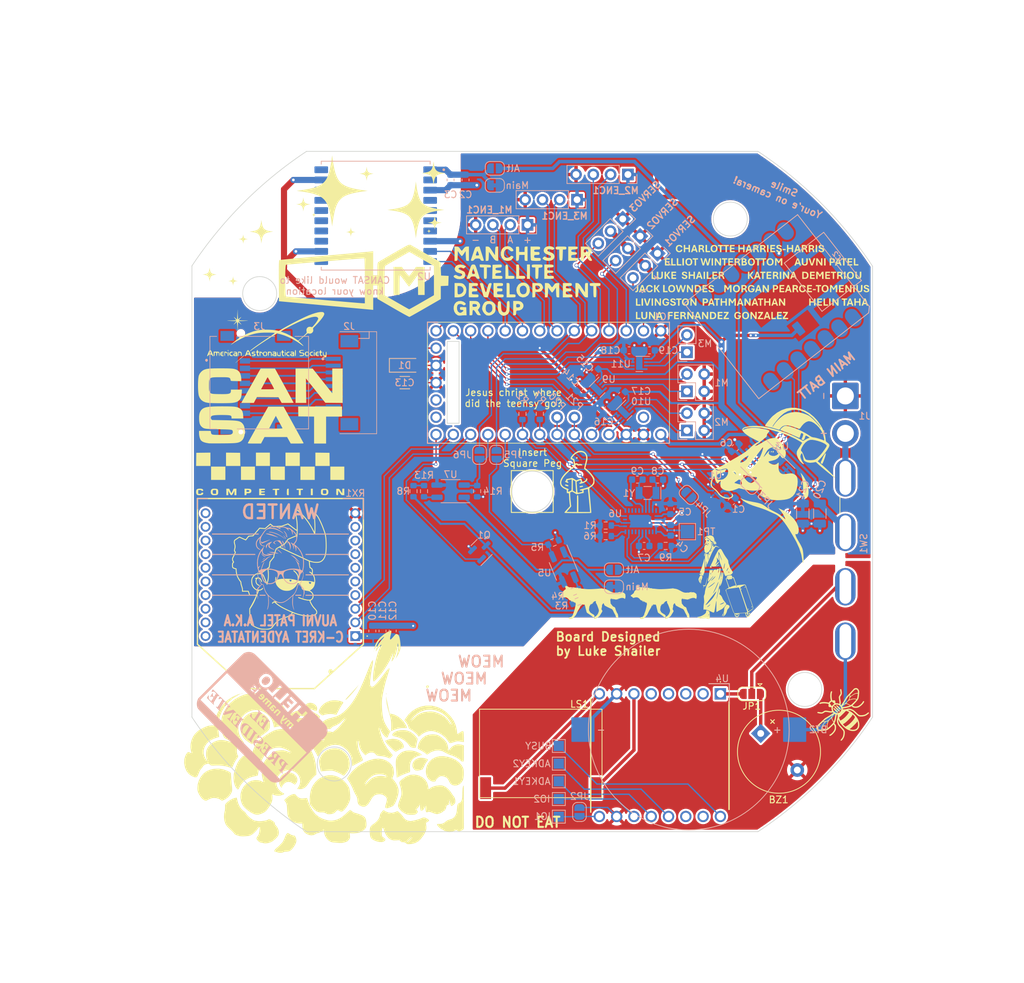
<source format=kicad_pcb>
(kicad_pcb (version 20211014) (generator pcbnew)
  (layers (0 "F.Cu" signal) (31 "B.Cu" signal) (34 "B.Paste" user) (35 "F.Paste" user) (36 "B.SilkS" user "B.Silkscreen") (37 "F.SilkS" user "F.Silkscreen") (38 "B.Mask" user) (39 "F.Mask" user) (44 "Edge.Cuts" user))
  (net 0 "")
  (net 1 "GND")
  (net 5 "/RTC_Battery")
  (net 6 "+3V3")
  (net 7 "SDA0")
  (net 8 "SCL0")
  (net 9 "+BATT_high")
  (net 10 "+BATT")
  (net 19 "Net-(R4-Pad2)")
  (net 20 "GYRO_RATE_EN")
  (net 21 "POWER_INT")
  (net 22 "IMU_INT")
  (net 23 "Net-(Q1-Pad3)")
  (net 24 "GYRO_RATE_A")
  (net 26 "GPS_TX")
  (net 27 "GPS_RX")
  (net 30 "Net-(C8-Pad1)")
  (net 31 "Net-(C9-Pad1)")
  (net 65 "XBEE_TX")
  (net 66 "XBEE_RX")
  (net 67 "Net-(R13-Pad2)")
  (net 68 "GYRO_RATE_B")
  (net 70 "/D2")
  (net 71 "/D3")
  (net 72 "/CMD")
  (net 73 "/VDD")
  (net 74 "/CLK")
  (net 75 "/VSS")
  (net 76 "/D0")
  (net 77 "/D1")
  (net 78 "Net-(JP1-Pad3)")
  (net 79 "Net-(BZ1-Pad1)")
  (net 80 "Net-(C7-Pad1)")
  (net 81 "Net-(JP1-Pad2)")
  (net 82 "Net-(R1-Pad1)")
  (net 83 "Net-(R6-Pad1)")
  (net 84 "Net-(TP1-Pad1)")
  (net 85 "+3.3VP")
  (net 86 "Net-(J1-Pad2)")
  (net 87 "Net-(BT2-Pad1)")
  (net 88 "Net-(LS1-Pad1)")
  (net 89 "Net-(LS1-Pad2)")
  (net 90 "M1_ENC_A")
  (net 91 "M1_ENC_B")
  (net 92 "Net-(M1-Pad1)")
  (net 93 "Net-(M1-Pad3)")
  (net 94 "Net-(M2-Pad1)")
  (net 95 "Net-(M2-Pad3)")
  (net 98 "M2_ENC_A")
  (net 99 "M2_ENC_B")
  (net 100 "/Buzzer/Buzz_GND")
  (net 101 "M3_ENC_A")
  (net 102 "M3_ENC_B")
  (net 103 "Net-(IC1-Pad27)")
  (net 104 "Net-(IC1-Pad28)")
  (net 105 "Net-(M3-Pad1)")
  (net 106 "Net-(M3-Pad2)")
  (net 107 "SERVO_1")
  (net 109 "M1_IN1")
  (net 110 "M1_IN2")
  (net 111 "Net-(R4-Pad1)")
  (net 112 "Net-(R13-Pad1)")
  (net 113 "Net-(U2-Pad1)")
  (net 114 "Net-(U7-Pad1)")
  (net 115 "Net-(U6-Pad11)")
  (net 117 "SERVO_3")
  (net 118 "M2_IN2")
  (net 119 "M2_IN1")
  (net 120 "M3_IN1")
  (net 131 "Net-(U4-Pad16)")
  (net 132 "Net-(U4-Pad13)")
  (net 133 "Net-(U4-Pad12)")
  (net 134 "Net-(U4-Pad11)")
  (net 135 "Net-(U4-Pad9)")
  (footprint "LOGO" (layer "F.Cu") (at 52.53 68.02)
    (fp_text reference "G***" hide)
    (fp_text value "LOGO" hide)
  )
  (footprint "Connector_Wire:SolderWire-2sqmm_1x02_P7.8mm_D2mm_OD3.9mm_Relief" (layer "F.Cu") (at 146 85.95 -90)
    (fp_text reference "J1")
    (fp_text value "MAIN BATT")
  )
  (footprint "Symbol:KiCad-Logo_6mm_Copper" (layer "F.Cu") (at 125.7 54)
    (fp_text reference "REF**" hide)
    (fp_text value "KiCad-Logo_6mm_Copper" hide)
  )
  (footprint "Jumper:SolderJumper-3_P1.3mm_Open_RoundedPad1.0x1.5mm" (layer "F.Cu") (at 132.25 129.75 180)
    (fp_text reference "JP1")
    (fp_text value "SolderJumper_3_Open")
  )
  (footprint "LOGO" (layer "F.Cu") (at 119.27 116.1)
    (fp_text reference "G***" hide)
    (fp_text value "LOGO" hide)
  )
  (footprint "LOGO" (layer "F.Cu") (at 66.3 57.7)
    (fp_text reference "G***" hide)
    (fp_text value "LOGO" hide)
  )
  (footprint "LOGO" (layer "F.Cu") (at 135.555026 96.770566)
    (fp_text reference "G***" hide)
    (fp_text value "LOGO" hide)
  )
  (footprint "LOGO" (layer "F.Cu") (at 84.8 61.7)
    (fp_text reference "G***" hide)
    (fp_text value "LOGO" hide)
  )
  (footprint "LOGO" (layer "F.Cu") (at 62.5 111.5)
    (fp_text reference "G***" hide)
    (fp_text value "LOGO" hide)
  )
  (footprint "XBEE:XB24CAPIT001" (layer "F.Cu") (at 73.998 121.248)
    (fp_text reference "RX1")
    (fp_text value "XB24CAWIT-001" hide)
  )
  (footprint "Diode_SMD:D_SOD-123" (layer "F.Cu") (at 81.25 81.45)
    (fp_text reference "D1")
    (fp_text value "MBRX120LF")
  )
  (footprint "LOGO" (layer "F.Cu") (at 106.6 98.6)
    (fp_text reference "G***" hide)
    (fp_text value "LOGO" hide)
  )
  (footprint "LOGO" (layer "F.Cu") (at 86.3 69)
    (fp_text reference "G***" hide)
    (fp_text value "LOGO" hide)
  )
  (footprint "LOGO" (layer "F.Cu") (at 85.391071 53.05748)
    (fp_text reference "G***" hide)
    (fp_text value "LOGO" hide)
  )
  (footprint "LOGO" (layer "F.Cu") (at 108.81 116.1)
    (fp_text reference "G***" hide)
    (fp_text value "LOGO" hide)
  )
  (footprint "LOGO" (layer "F.Cu") (at 85.6 60.4)
    (fp_text reference "G***" hide)
    (fp_text value "LOGO" hide)
  )
  (footprint "LOGO" (layer "F.Cu") (at 69.507604 131.492953 5)
    (fp_text reference "G***" hide)
    (fp_text value "LOGO" hide)
  )
  (footprint "LOGO" (layer "F.Cu") (at 73.3 61.8)
    (fp_text reference "G***" hide)
    (fp_text value "LOGO" hide)
  )
  (footprint "LOGO" (layer "F.Cu") (at 127.393077 111.39718)
    (fp_text reference "G***" hide)
    (fp_text value "LOGO" hide)
  )
  (footprint "LOGO" (layer "F.Cu") (at 82.767957 114.481333 20)
    (fp_text reference "G***" hide)
    (fp_text value "LOGO" hide)
  )
  (footprint "LOGO" (layer "F.Cu") (at 60.091071 61.65748)
    (fp_text reference "G***" hide)
    (fp_text value "LOGO" hide)
  )
  (footprint "LOGO" (layer "F.Cu") (at 62.5 111.5)
    (fp_text reference "G***" hide)
    (fp_text value "LOGO" hide)
  )
  (footprint "Buzzer_Beeper:Buzzer_12x9.5RM7.6" (layer "F.Cu") (at 133.562994 135.562994 -45)
    (fp_text reference "BZ1")
    (fp_text value "KXG1203C")
  )
  (footprint "LOGO" (layer "F.Cu") (at 67.9 59.3)
    (fp_text reference "G***" hide)
    (fp_text value "LOGO" hide)
  )
  (footprint "KiCad:Board_Conn_CanSat" (layer "F.Cu") (at 146 110 90)
    (fp_text reference "SW1")
    (fp_text value "Screw Switch")
  )
  (footprint "LOGO" (layer "F.Cu") (at 70.270878 55.372876)
    (fp_text reference "G***" hide)
    (fp_text value "LOGO" hide)
  )
  (footprint "Capacitor_SMD:C_1206_3216Metric" (layer "F.Cu") (at 81.275 84)
    (fp_text reference "C13")
    (fp_text value "150uF")
  )
  (footprint "KiCad:HDK-181308ZA-6P2 Speaker" (layer "F.Cu") (at 101.25 138.5 180)
    (fp_text reference "LS1")
    (fp_text value "HDK-181308ZA-6P2")
  )
  (footprint "LOGO" (layer "F.Cu") (at 75.6 53.2)
    (fp_text reference "G***" hide)
    (fp_text value "LOGO" hide)
  )
  (footprint "DFR0299:DFR0299" (layer "F.Cu") (at 127.64 129.733 180)
    (fp_text reference "U4")
    (fp_text value "DFR0299" hide)
  )
  (footprint "LOGO" (layer "F.Cu") (at 145.423101 132.604885 45)
    (fp_text reference "G***" hide)
    (fp_text value "LOGO" hide)
  )
  (footprint "LOGO" (layer "F.Cu") (at 132.37 69.15)
    (fp_text reference "G***" hide)
    (fp_text value "LOGO" hide)
  )
  (footprint "LOGO" (layer "F.Cu") (at 61.5 86.644448)
    (fp_text reference "G***" hide)
    (fp_text value "LOGO" hide)
  )
  (footprint "LOGO" (layer "F.Cu") (at 56 69)
    (fp_text reference "G***" hide)
    (fp_text value "LOGO" hide)
  )
  (footprint "LOGO" (layer "F.Cu") (at 57.49 62.84)
    (fp_text reference "G***" hide)
    (fp_text value "LOGO" hide)
  )
  (footprint "TEENSY:TEENSY40" (layer "F.Cu") (at 118.885 76.38 180)
    (fp_text reference "IC1")
    (fp_text value "TEENSY_4.0" hide)
  )
  (footprint "LOGO" (layer "F.Cu") (at 82.638564 58.257945)
    (fp_text reference "G***" hide)
    (fp_text value "LOGO" hide)
  )
  (footprint "OptoDevice:OnSemi_CASE100CY" (layer "B.Cu") (at 88 99.95 90)
    (fp_text reference "U7")
    (fp_text value "QRE1113GR")
  )
  (footprint "Capacitor_SMD:C_0603_1608Metric" (layer "B.Cu") (at 120.29 102.55 -90)
    (fp_text reference "C5")
    (fp_text value "0.1uF")
  )
  (footprint "Resistor_SMD:R_0603_1608Metric" (layer "B.Cu") (at 106.704759 116.171337 -157.5)
    (fp_text reference "R3")
    (fp_text value "47R")
  )
  (footprint "Capacitor_SMD:C_0603_1608Metric" (layer "B.Cu") (at 79.5 120.5 90)
    (fp_text reference "C12")
    (fp_text value "10uF")
  )
  (footprint "Capacitor_SMD:C_0603_1608Metric" (layer "B.Cu") (at 129.25 101.5 45)
    (fp_text reference "C1")
    (fp_text value "0.1uF")
  )
  (footprint "Resistor_SMD:R_0603_1608Metric" (layer "B.Cu") (at 91.9 99.95 90)
    (fp_text reference "R14")
    (fp_text value "6K65")
  )
  (footprint "LOGO" (layer "B.Cu") (at 63 113 180)
    (fp_text reference "G***" hide)
    (fp_text value "LOGO" hide)
  )
  (footprint "Connector_PinHeader_2.54mm:PinHeader_1x03_P2.54mm_Vertical" (layer "B.Cu") (at 118.392657 64.995343 135)
    (fp_text reference "SERVO1")
    (fp_text value "Servo 2")
  )
  (footprint "Jumper:SolderJumper-2_P1.3mm_Open_RoundedPad1.0x1.5mm" (layer "B.Cu") (at 112 111.5)
    (fp_text reference "JP9" hide)
    (fp_text value "Alt")
  )
  (footprint "Capacitor_SMD:C_0603_1608Metric" (layer "B.Cu") (at 109.166493 82.542481 -135)
    (fp_text reference "C15")
    (fp_text value "0.1uF")
  )
  (footprint "Resistor_SMD:R_0603_1608Metric" (layer "B.Cu") (at 101.11 88.58 90)
    (fp_text reference "R7")
    (fp_text value "4K7")
  )
  (footprint "Package_SON:WSON-8-1EP_2x2mm_P0.5mm_EP0.9x1.6mm" (layer "B.Cu") (at 113.483883 88.4 -135)
    (fp_text reference "U10")
    (fp_text value "DRV8837")
  )
  (footprint "Connector_PinHeader_2.54mm:PinHeader_1x01_P2.54mm_Vertical" (layer "B.Cu") (at 103.65 89.1 180)
    (fp_text reference "J4" hide)
    (fp_text value "P20")
  )
  (footprint "Resistor_SMD:R_0603_1608Metric" (layer "B.Cu") (at 110.789999 106.55 180)
    (fp_text reference "R6")
    (fp_text value "4K7")
  )
  (footprint "Capacitor_SMD:C_0603_1608Metric" (layer "B.Cu") (at 115.44 98.250001 180)
    (fp_text reference "C9")
    (fp_text value "22pF")
  )
  (footprint "Capacitor_SMD:C_0603_1608Metric" (layer "B.Cu") (at 118.44 98.250001)
    (fp_text reference "C8")
    (fp_text value "22pF")
  )
  (footprint "Jumper:SolderJumper-2_P1.3mm_Bridged_RoundedPad1.0x1.5mm" (layer "B.Cu") (at 94.5 55)
    (fp_text reference "JP8" hide)
    (fp_text value "Main")
  )
  (footprint "Capacitor_SMD:C_0603_1608Metric" (layer "B.Cu") (at 107.062851 84.646123 45)
    (fp_text reference "C14")
    (fp_text value "0.1uF")
  )
  (footprint "LOGO" (layer "B.Cu") (at 63 113 180)
    (fp_text reference "G***" hide)
    (fp_text value "LOGO" hide)
  )
  (footprint "sense:MOUDLE14P-SMD-2.54-21X17.8MM" (layer "B.Cu") (at 133.393625 86.259491 128)
    (fp_text reference "IC2")
    (fp_text value "MOUDLE-SEEEDUINO-XIAO-ESP32S3")
  )
  (footprint "Connector_PinHeader_2.54mm:PinHeader_2x02_P2.54mm_Vertical" (layer "B.Cu") (at 122.725 91.025)
    (fp_text reference "M2")
    (fp_text value "M2")
  )
  (footprint "Capacitor_SMD:C_0603_1608Metric" (layer "B.Cu") (at 76.5 120.5 90)
    (fp_text reference "C10")
    (fp_text value "22pF")
  )
  (footprint "68610814422:68610814422" (layer "B.Cu") (at 73.9425 84 -90)
    (fp_text reference "J2")
    (fp_text value "68610814422" hide)
  )
  (footprint "Resistor_SMD:R_0603_1608Metric" (layer "B.Cu") (at 119.6 108)
    (fp_text reference "R9")
    (fp_text value "4K7")
  )
  (footprint "Connector_PinHeader_2.54mm:PinHeader_1x04_P2.54mm_Vertical" (layer "B.Cu") (at 99.3 60.8 90)
    (fp_text reference "M1_ENC1")
    (fp_text value "M2_ENC")
  )
  (footprint "BMP581:BMP581" (layer "B.Cu") (at 127.25 99.5 45)
    (fp_text reference "U1")
    (fp_text value "BMP581" hide)
  )
  (footprint "Connector_PinHeader_2.54mm:PinHeader_1x02_P2.54mm_Vertical" (layer "B.Cu") (at 122.725 79.525)
    (fp_text reference "M3")
    (fp_text value "M3")
  )
  (footprint "Connector_PinHeader_2.54mm:PinHeader_1x03_P2.54mm_Vertical" (layer "B.Cu") (at 115.842051 62.465949 135)
    (fp_text reference "SERVO2")
    (fp_text value "Servo 1")
  )
  (footprint "Capacitor_SMD:C_1206_3216Metric" (layer "B.Cu") (at 142.25 103.25 -90)
    (fp_text reference "C20")
    (fp_text value "150uF")
  )
  (footprint "TestPoint:TestPoint_Pad_1.5x1.5mm" (layer "B.Cu") (at 103.9 145.2 180)
    (fp_text reference "TP5" hide)
    (fp_text value "IO2")
  )
  (footprint "Capacitor_SMD:C_0603_1608Metric" (layer "B.Cu") (at 120.339999 105.700002 -90)
    (fp_text reference "C4")
    (fp_text value "0.1uF")
  )
  (footprint "Connector_PinHeader_2.54mm:PinHeader_1x01_P2.54mm_Vertical" (layer "B.Cu") (at 106.2 89.1 180)
    (fp_text reference "J5" hide)
    (fp_text value "P21")
  )
  (footprint "Connector_PinHeader_2.54mm:PinHeader_1x04_P2.54mm_Vertical" (layer "B.Cu") (at 114.05 53.4 90)
    (fp_text reference "M2_ENC1")
    (fp_text value "M2_ENC")
  )
  (footprint "Capacitor_SMD:C_0603_1608Metric" (layer "B.Cu") (at 78 120.5 90)
    (fp_text reference "C11")
    (fp_text value "1uF")
  )
  (footprint "LOGO" (layer "B.Cu") (at 60.3 132.9 135)
    (fp_text reference "G***" hide)
    (fp_text value "LOGO" hide)
  )
  (footprint "Connector_PinHeader_2.54mm:PinHeader_2x02_P2.54mm_Vertical" (layer "B.Cu") (at 122.725 85.275)
    (fp_text reference "M1")
    (fp_text value "M1")
  )
  (footprint "Capacitor_SMD:C_1206_3216Metric" (layer "B.Cu") (at 139.75 103.25 -90)
    (fp_text reference "C21")
    (fp_text value "150uF")
  )
  (footprint "Jumper:SolderJumper-2_P1.3mm_Open_RoundedPad1.0x1.5mm" (layer "B.Cu") (at 106.934 147.1 -90)
    (fp_text reference "JP2")
    (fp_text value "SolderJumper_2_Open")
  )
  (footprint "OptoDevice:OnSemi_CASE100CY" (layer "B.Cu") (at 104.6 111.09 -157.5)
    (fp_text reference "U5")
    (fp_text value "QRE1113GR")
  )
  (footprint "Resistor_SMD:R_0603_1608Metric" (layer "B.Cu") (at 84.1 99.949999 -90)
    (fp_text reference "R13")
    (fp_text value "47R")
  )
  (footprint "Capacitor_SMD:C_0603_1608Metric" (layer "B.Cu") (at 117.225 79.25 180)
    (fp_text reference "C19")
    (fp_text value "0.1uF")
  )
  (footprint "SD card:472192001_wire_lock" (layer "B.Cu") (at 59.5925 84 90)
    (fp_text reference "J3")
    (fp_text value "47219-2001" hide)
  )
  (footprint "Jumper:SolderJumper-2_P1.3mm_Open_RoundedPad1.0x1.5mm" (layer "B.Cu") (at 92.25 94.6 90)
    (fp_text reference "JP6")
    (fp_text value "SolderJumper_2_Open")
  )
  (footprint "Package_SON:WSON-8-1EP_2x2mm_P0.5mm_EP0.9x1.6mm" (layer "B.Cu") (at 115.725 81.25 180)
    (fp_text reference "U11")
    (fp_text value "DRV8837")
  )
  (footprint "TestPoint:TestPoint_Pad_1.5x1.5mm" (layer "B.Cu") (at 103.9 140 180)
    (fp_text reference "TP3" hide)
    (fp_text value "ADKEY2")
  )
  (footprint "Resistor_SMD:R_0603_1608Metric" (layer "B.Cu") (at 98.56 88.59 90)
    (fp_text reference "R2")
    (fp_text value "4K7")
  )
  (footprint "KiCad:237-8264 Battery holder" (layer "B.Cu") (at 123 135 180)
    (fp_text reference "BT2")
    (fp_text value "CR2450 Battery Holder")
  )
  (footprint "Jumper:SolderJumper-2_P1.3mm_Open_RoundedPad1.0x1.5mm" (layer "B.Cu") (at 123 100.5 -45)
    (fp_text reference "JP4")
    (fp_text value "SolderJumper_2_Open")
  )
  (footprint "Resistor_SMD:R_0603_1608Metric" (layer "B.Cu") (at 106.092465 114.69313 22.5)
    (fp_text reference "R4")
    (fp_text value "47R")
  )
  (footprint "Resistor_SMD:R_0603_1608Metric" (layer "B.Cu") (at 110.790002 105 180)
    (fp_text reference "R1")
    (fp_text value "4K7")
  )
  (footprint "Connector_PinHeader_2.54mm:PinHeader_1x03_P2.54mm_Vertical" (layer "B.Cu") (at 113.294606 59.933394 135)
    (fp_text reference "SERVO3")
    (fp_text value "Servo 3")
  )
  (footprint "Capacitor_SMD:C_0603_1608Metric" (layer "B.Cu") (at 111.00901 88.011092 45)
    (fp_text reference "C16")
    (fp_text value "0.1uF")
  )
  (footprint "Capacitor_SMD:C_0603_1608Metric" (layer "B.Cu") (at 88 54.2 -90)
    (fp_text reference "C3")
    (fp_text value "0.1uF")
  )
  (footprint "Jumper:SolderJumper-2_P1.3mm_Open_RoundedPad1.0x1.5mm" (layer "B.Cu") (at 94.5 52.5)
    (fp_text reference "JP7" hide)
    (fp_text value "Alt")
  )
  (footprint "Connector_PinHeader_2.54mm:PinHeader_1x04_P2.54mm_Vertical" (layer "B.Cu") (at 106.58 57.1 90)
    (fp_text reference "M3_ENC1")
    (fp_text value "M1_ENC")
  )
  (footprint "Package_SO:TSSOP-16_4.4x5mm_P0.65mm" (layer "B.Cu") (at 134.112868 96 135)
    (fp_text reference "U3")
    (fp_text value "INA260")
  )
  (footprint "Capacitor_SMD:C_0603_1608Metric" (layer "B.Cu") (at 116.44 108 180)
    (fp_text reference "C7")
    (fp_text value "0.1uF")
  )
  (footprint "Jumper:SolderJumper-2_P1.3mm_Bridged_RoundedPad1.0x1.5mm" (layer "B.Cu") (at 112 114)
    (fp_text reference "JP10" hide)
    (fp_text value "Main")
  )
  (footprint "Jumper:SolderJumper-2_P1.3mm_Open_RoundedPad1.0x1.5mm" (layer "B.Cu") (at 132 99 -45)
    (fp_text reference "JP3")
    (fp_text value "SolderJumper_2_Open")
  )
  (footprint "TestPoint:TestPoint_Pad_2.0x2.0mm" (layer "B.Cu") (at 122.79 105.899999 90)
    (fp_text reference "TP1")
    (fp_text value "TestPoint")
  )
  (footprint "Package_TO_SOT_SMD:SOT-23" (layer "B.Cu") (at 92.55 108.6 45)
    (fp_text reference "Q1")
    (fp_text value "DO2302E-Q")
  )
  (footprint "Package_SON:WSON-8-1EP_2x2mm_P0.5mm_EP0.9x1.6mm" (layer "B.Cu") (at 109.532843 85.032843 -135)
    (fp_text reference "U9")
    (fp_text value "DRV8837")
  )
  (footprint "Resistor_SMD:R_0603_1608Metric" (layer "B.Cu") (at 103.107535 107.48687 -157.5)
    (fp_text reference "R5")
    (fp_text value "6K65")
  )
  (footprint "Crystal:Crystal_SMD_MicroCrystal_CC7V-T1A-2Pin_3.2x1.5mm" (layer "B.Cu") (at 116.94 100.213 180)
    (fp_text reference "Y1")
    (fp_text value "CM7V-T1A 32.768KHZ 12.5PF ±20PPM TA QC")
  )
  (footprint "TestPoint:TestPoint_Pad_1.5x1.5mm" (layer "B.Cu") (at 103.9 142.6 180)
    (fp_text reference "TP4" hide)
    (fp_text value "ADKEY1")
  )
  (footprint "Capacitor_SMD:C_0603_1608Metric" (layer "B.Cu") (at 113.13033 85.889771 -135)
    (fp_text reference "C17")
    (fp_text value "0.1uF")
  )
  (footprint "BNO056:BNO085" (layer "B.Cu") (at 115.94 104.362999 90)
    (fp_text reference "U6")
    (fp_text value "BNO085" hide)
  )
  (footprint "Capacitor_SMD:C_0603_1608Metric" (layer "B.Cu") (at 129.834872 93.560481 45)
    (fp_text reference "C6")
    (fp_text value "0.1uF")
  )
  (footprint "TestPoint:TestPoint_Pad_1.5x1.5mm" (layer "B.Cu") (at 103.9 137.4 180)
    (fp_text reference "TP2" hide)
    (fp_text value "BUSY")
  )
  (footprint "Resistor_SMD:R_0603_1608Metric" (layer "B.Cu") (at 82.55 99.95 90)
    (fp_text reference "R8")
    (fp_text value "47R")
  )
  (footprint "Capacitor_SMD:C_0603_1608Metric" (layer "B.Cu") (at 114.225 79.25)
    (fp_text reference "C18")
    (fp_text value "0.1uF")
  )
  (footprint "Capacitor_SMD:C_0603_1608Metric" (layer "B.Cu") (at 90.2 54.2 -90)
    (fp_text reference "C2")
    (fp_text value "1uF")
  )
  (footprint "TestPoint:TestPoint_Pad_1.5x1.5mm" (layer "B.Cu") (at 103.9 147.8 180)
    (fp_text reference "TP6" hide)
    (fp_text value "IO1")
  )
  (footprint "KiCad:PA1616D" (layer "B.Cu") (at 77 59 180)
    (fp_text reference "U2")
    (fp_text value "CD-PA1616D")
  )
  (footprint "Jumper:SolderJumper-2_P1.3mm_Open_RoundedPad1.0x1.5mm" (layer "B.Cu") (at 94.75 94.6 90)
    (fp_text reference "JP5")
    (fp_text value "SolderJumper_2_Open")
  )
  (gr_line (start 75.2 101.05) (end 72.200001 101.050002) (layer "B.SilkS") (width 0.15))
  (gr_line (start 84.6 92.9) (end 87.15 92.9) (layer "B.SilkS") (width 0.15))
  (gr_line (start 120.15 92.9) (end 120.15 91.4) (layer "B.SilkS") (width 0.15))
  (gr_line (start 116.173816 70.751447) (end 116.712632 70.212631) (layer "B.SilkS") (width 0.15))
  (gr_line (start 53 112.25) (end 59.25 112.25) (layer "B.SilkS") (width 0.15))
  (gr_line (start 53 109.25) (end 59.25 109.25) (layer "B.SilkS") (width 0.15))
  (gr_line (start 115.886448 70.464078) (end 116.173816 70.751447) (layer "B.SilkS") (width 0.15))
  (gr_line (start 128.95 128.25) (end 125.95 128.25) (layer "B.SilkS") (width 0.15))
  (gr_line (start 84.6 75.1) (end 86.1 75.1) (layer "B.SilkS") (width 0.15))
  (gr_line (start 60.75 115.25) (end 60 115.25) (layer "B.SilkS") (width 0.15))
  (gr_line (start 120.15 75.1) (end 117.15 75.1) (layer "B.SilkS") (width 0.15))
  (gr_line (start 82.9 80.45) (end 79 80.45) (layer "B.SilkS") (width 0.1))
  (gr_line (start 73 109.25) (end 66.75 109.25) (layer "B.SilkS") (width 0.15))
  (gr_line (start 79 80.45) (end 79 82.45) (layer "B.SilkS") (width 0.1))
  (gr_line (start 82 83.1) (end 80.55 83.1) (layer "B.SilkS") (width 0.1))
  (gr_line (start 73 106.25) (end 65.75 106.25) (layer "B.SilkS") (width 0.15))
  (gr_line (start 66 115.25) (end 65.25 115.25) (layer "B.SilkS") (width 0.15))
  (gr_line (start 50.8 101.05) (end 52.3 101.05) (layer "B.SilkS") (width 0.15))
  (gr_line (start 79 82.45) (end 82.925 82.45) (layer "B.SilkS") (width 0.1))
  (gr_line (start 116.712632 70.212631) (end 117 70.5) (layer "B.SilkS") (width 0.15))
  (gr_line (start 59.25 115.25) (end 53 115.25) (layer "B.SilkS") (width 0.15))
  (gr_line (start 53 106.25) (end 59.75 106.25) (layer "B.SilkS") (width 0.15))
  (gr_line (start 75.2 101.05) (end 75.2 104.049999) (layer "B.SilkS") (width 0.15))
  (gr_line (start 82 84.9) (end 80.55 84.9) (layer "B.SilkS") (width 0.1))
  (gr_line (start 73 115.25) (end 66.75 115.25) (layer "B.SilkS") (width 0.15))
  (gr_line (start 73 112.25) (end 66.75 112.25) (layer "B.SilkS") (width 0.15))
  (gr_line (start 128.95 128.25) (end 128.95 131.25) (layer "B.SilkS") (width 0.15))
  (gr_line (start 50.8 101.05) (end 50.8 102.55) (layer "B.SilkS") (width 0.15))
  (gr_line (start 84.6 75.1) (end 84.6 76.6) (layer "B.SilkS") (width 0.15))
  (gr_line (start 84.6 92.9) (end 84.6 90.35) (layer "B.SilkS") (width 0.15))
  (gr_line (start 120.15 75.1) (end 120.15 78.1) (layer "B.SilkS") (width 0.15))
  (gr_line (start 120.15 92.9) (end 118.65 92.9) (layer "B.SilkS") (width 0.15))
  (gr_rect (start 96.925 96.925) (end 103.075 103.075) (layer "F.SilkS") (width 0.15) (fill none))
  (gr_circle locked (center 140.0443 129.0939) (end 142.5443 129.0939) (layer "Edge.Cuts") (width 0.1) (fill none))
  (gr_arc (start 150 133.1662) (mid 142.426928 142.426928) (end 133.1662 150) (layer "Edge.Cuts") (width 0.1))
  (gr_line (start 66.833752 50) (end 133.1662 50) (layer "Edge.Cuts") (width 0.1))
  (gr_arc (start 133.1662 50) (mid 142.429431 57.598047) (end 150 66.88375) (layer "Edge.Cuts") (width 0.1))
  (gr_circle locked (center 100 100) (end 103 100) (layer "Edge.Cuts") (width 0.1) (fill none))
  (gr_arc (start 66.83375 150) (mid 57.573047 142.426925) (end 50 133.1662) (layer "Edge.Cuts") (width 0.1))
  (gr_circle locked (center 129.0939 59.9557) (end 131.5939 59.9557) (layer "Edge.Cuts") (width 0.1) (fill none))
  (gr_line (start 50 133.1662) (end 50 66.833752) (layer "Edge.Cuts") (width 0.1))
  (gr_line (start 150 66.88375) (end 150 133.1662) (layer "Edge.Cuts") (width 0.1))
  (gr_circle locked (center 70.90611 140.0443) (end 73.40611 140.0443) (layer "Edge.Cuts") (width 0.1) (fill none))
  (gr_circle locked (center 59.9557 70.90611) (end 62.4557 70.90611) (layer "Edge.Cuts") (width 0.1) (fill none))
  (gr_poly (pts (xy 89.25 77.9375) (xy 89.25 89.9625) (xy 87.5 89.9625) (xy 87.5 77.9375)) (layer "Edge.Cuts") (width 0.1) (fill none))
  (gr_arc (start 50 66.833752) (mid 57.573051 57.573051) (end 66.833752 50) (layer "Edge.Cuts") (width 0.1))
  (gr_line (start 133.1662 150) (end 66.83375 150) (layer "Edge.Cuts") (width 0.1))
  (gr_text "-" (at 120 66.5 135) (layer "B.SilkS") (effects (font (size 1 1)) (justify mirror)))
  (gr_text "B" (at 94.22 63) (layer "B.SilkS") (effects (font (size 1 1)) (justify mirror)))
  (gr_text "WANTED\n" (at 63 103) (layer "B.SilkS") (effects (font (size 2 2) (thickness 0.35)) (justify mirror)))
  (gr_text "+" (at 99.3 63) (layer "B.SilkS") (effects (font (size 1 1)) (justify mirror)))
  (gr_text "\nAUVNI PATEL A.K.A\nC-KRET AYDENTATAE" (at 63 119) (layer "B.SilkS") (effects (font (size 1.5 1.2) (thickness 0.3)) (justify mirror)))
  (gr_text "MEOW" (at 87.75 130) (layer "B.SilkS") (effects (font (size 1.6 1.6) (thickness 0.3)) (justify mirror)))
  (gr_text "MEOW" (at 92.5 125) (layer "B.SilkS") (effects (font (size 1.6 1.6) (thickness 0.3)) (justify mirror)))
  (gr_text "CANSAT would like to\nknow your location" (at 71 69.75) (layer "B.SilkS") (effects (font (size 1 1)) (justify mirror)))
  (gr_text "Smile \nYour'e on camera!" (at 136.35 56.06 337.5) (layer "B.SilkS") (effects (font (size 1 1) (thickness 0.2)) (justify mirror)))
  (gr_text "MEOW" (at 90 127.5) (layer "B.SilkS") (effects (font (size 1.6 1.6) (thickness 0.3)) (justify mirror)))
  (gr_text "A" (at 96.76 63) (layer "B.SilkS") (effects (font (size 1 1)) (justify mirror)))
  (gr_text "+" (at 118.25 68.5 315) (layer "B.SilkS") (effects (font (size 1 1)) (justify mirror)))
  (gr_text "-" (at 91.68 63) (layer "B.SilkS") (effects (font (size 1 1)) (justify mirror)))
  (gr_text "Board Designed \nby Luke Shailer" (at 103.3 122.4) (layer "F.SilkS") (effects (font (size 1.3 1.3) (thickness 0.25)) (justify left)))
  (gr_text "DO NOT EAT" (at 97.85 148.62) (layer "F.SilkS") (effects (font (size 1.5 1.4) (thickness 0.3))))
  (gr_text "Jesus christ where\ndid the teensy go?" (at 97.25 86.25) (layer "F.SilkS") (effects (font (size 1 1))))
  (gr_text "Insert\nSquare Peg" (at 100.05 95.05) (layer "F.SilkS") (effects (font (size 1 1))))
  (segment (start 63.525 55.575) (end 63.525 67.025) (width 0.9) (layer "F.Cu") (net 1))
  (segment (start 63.525 67.525) (end 63.525 67.025) (width 0.9) (layer "F.Cu") (net 1))
  (segment (start 63.525 67.025) (end 63.525 66.45) (width 0.9) (layer "F.Cu") (net 1))
  (segment (start 63.525 66.45) (end 65.275 64.7) (width 0.9) (layer "F.Cu") (net 1))
  (segment (start 64.9 54.2) (end 63.525 55.575) (width 0.9) (layer "F.Cu") (net 1))
  (segment (start 68.5 72.5) (end 63.525 67.525) (width 0.9) (layer "F.Cu") (net 1))
  (segment (start 85.865 84) (end 82.75 84) (width 0.2) (layer "F.Cu") (net 1))
  (via (at 115 78.5) (size 0.45) (drill 0.3) (layers "F.Cu" "B.Cu") (net 1))
  (via (at 65.275 64.7) (size 0.55) (drill 0.4) (layers "F.Cu" "B.Cu") (net 1))
  (via (at 110.95 86.85) (size 0.45) (drill 0.3) (layers "F.Cu" "B.Cu") (net 1))
  (via (at 136.25 65) (size 0.55) (drill 0.4) (layers "F.Cu" "B.Cu") (net 1))
  (via (at 139.75 105.75) (size 0.45) (drill 0.3) (layers "F.Cu" "B.Cu") (net 1))
  (via (at 121.2 106.5) (size 0.45) (drill 0.3) (layers "F.Cu" "B.Cu") (net 1))
  (via (at 116.45 78.5) (size 0.45) (drill 0.3) (layers "F.Cu" "B.Cu") (net 1))
  (via (at 130.4 101.55) (size 0.45) (drill 0.3) (layers "F.Cu" "B.Cu") (net 1))
  (via (at 89.4 63.2) (size 0.55) (drill 0.4) (layers "F.Cu" "B.Cu") (net 1))
  (via (at 141.025 104.725) (size 0.45) (drill 0.3) (layers "F.Cu" "B.Cu") (net 1))
  (via (at 114.49 101.05) (size 0.45) (drill 0.3) (layers "F.Cu" "B.Cu") (net 1))
  (via (at 108 82.47) (size 0.45) (drill 0.3) (layers "F.Cu" "B.Cu") (net 1))
  (via (at 103.37 106.03) (size 0.45) (drill 0.3) (layers "F.Cu" "B.Cu") (net 1))
  (via (at 119.215 99.174999) (size 0.45) (drill 0.3) (layers "F.Cu" "B.Cu") (net 1))
  (via (at 90.65 108.05) (size 0.45) (drill 0.3) (layers "F.Cu" "B.Cu") (net 1))
  (via (at 64.9 54.2) (size 0.55) (drill 0.4) (layers "F.Cu" "B.Cu") (net 1))
  (via (at 91.85 54.975) (size 0.55) (drill 0.4) (layers "F.Cu" "B.Cu") (net 1))
  (via (at 82.5 119.75) (size 0.45) (drill 0.3) (layers "F.Cu" "B.Cu") (net 1))
  (via (at 121.19 103) (size 0.45) (drill 0.3) (layers "F.Cu" "B.Cu") (net 1))
  (via (at 125.85 98.95) (size 0.45) (drill 0.3) (layers "F.Cu" "B.Cu") (net 1))
  (via (at 129.75 92.375) (size 0.55) (drill 0.4) (layers "F.Cu" "B.Cu") (net 1))
  (via (at 111.975 85.825) (size 0.45) (drill 0.3) (layers "F.Cu" "B.Cu") (net 1))
  (via (at 142.25 105.75) (size 0.45) (drill 0.3) (layers "F.Cu" "B.Cu") (net 1))
  (via (at 106.99 83.48) (size 0.45) (drill 0.3) (layers "F.Cu" "B.Cu") (net 1))
  (via (at 92.78 100.78) (size 0.45) (drill 0.3) (layers "F.Cu" "B.Cu") (net 1))
  (via (at 115.665 108.875) (size 0.45) (drill 0.3) (layers "F.Cu" "B.Cu") (net 1))
  (segment (start 103.869736 107.171156) (end 103.37 106.03) (width 0.25) (layer "B.Cu") (net 1))
  (segment (start 118.253 105.112999) (end 118.19 105.175999) (width 0.25) (layer "B.Cu") (net 1))
  (segment (start 116.45 78.5) (end 116.45 79.25) (width 0.25) (layer "B.Cu") (net 1))
  (segment (start 130.38288 93.012473) (end 130.38288 93.00788) (width 0.4) (layer "B.Cu") (net 1))
  (segment (start 91.215336 108.591161) (end 91.191161 108.591161) (width 0.3) (layer "B.Cu") (net 1))
  (segment (start 79.5 119.725) (end 76.5 119.725) (width 0.9) (layer "B.Cu") (net 1))
  (segment (start 129.798008 100.951992) (end 129.801992 100.951992) (width 0.3) (layer "B.Cu") (net 1))
  (segment (start 130.38288 93.00788) (end 129.75 92.375) (width 0.4) (layer "B.Cu") (net 1))
  (segment (start 116.19 105.926) (end 116.19 106.650001) (width 0.25) (layer "B.Cu") (net 1))
  (segment (start 111.963604 85.819061) (end 111.969061 85.819061) (width 0.2) (layer "B.Cu") (net 1))
  (segment (start 119.29 103.325) (end 119.002 103.613) (width 0.25) (layer "B.Cu") (net 1))
  (segment (start 107.610857 84.098117) (end 106.992139 83.479398) (width 0.2) (layer "B.Cu") (net 1))
  (segment (start 121.175002 106.475002) (end 120.339999 106.475002) (width 0.2) (layer "B.Cu") (net 1))
  (segment (start 107.999767 82.470233) (end 108 82.47) (width 0.2) (layer "B.Cu") (net 1))
  (segment (start 115 78.5) (end 115 79.25) (width 0.25) (layer "B.Cu") (net 1))
  (segment (start 131.399346 94.665336) (end 135.447532 98.713522) (width 0.4) (layer "B.Cu") (net 1))
  (segment (start 112.582322 86.437779) (end 111.963604 85.819061) (width 0.2) (layer "B.Cu") (net 1))
  (segment (start 85 55.7) (end 87.275 55.7) (width 0.9) (layer "B.Cu") (net 1))
  (segment (start 118.19 105.175999) (end 118.189999 105.926) (width 0.25) (layer "B.Cu") (net 1))
  (segment (start 118.866001 105.926) (end 119.415001 106.475002) (width 0.25) (layer "B.Cu") (net 1))
  (segment (start 115.79 101.8) (end 116.19 102.199999) (width 0.25) (layer "B.Cu") (net 1))
  (segment (start 87.275 55.7) (end 88 54.975) (width 0.9) (layer "B.Cu") (net 1))
  (segment (start 129.798008 100.951992) (end 128.796016 99.95) (width 0.3) (layer "B.Cu") (net 1))
  (segment (start 85 63.2) (end 89.4 63.2) (width 0.9) (layer "B.Cu") (net 1))
  (segment (start 142.25 104.725) (end 142.25 105.75) (width 0.5) (layer "B.Cu") (net 1))
  (segment (start 115.24 101.8) (end 115.79 101.8) (width 0.25) (layer "B.Cu") (net 1))
  (segment (start 82.475 119.725) (end 82.5 119.75) (width 0.9) (layer "B.Cu") (net 1))
  (segment (start 131.399346 94.665336) (end 131.390336 94.665336) (width 0.4) (layer "B.Cu") (net 1))
  (segment (start 128.796016 99.95) (end 127.896016 99.95) (width 0.3) (layer "B.Cu") (net 1))
  (segment (start 126.205546 99.305546) (end 125.85 98.95) (width 0.3) (layer "B.Cu") (net 1))
  (segment (start 92.869998 100.78) (end 92.78 100.78) (width 0.2) (layer "B.Cu") (net 1))
  (segment (start 106.992139 83.479398) (end 106.990602 83.479398) (width 0.2) (layer "B.Cu") (net 1))
  (segment (start 69 64.7) (end 65.275 64.7) (width 0.9) (layer "B.Cu") (net 1))
  (segment (start 129.801992 100.951992) (end 130.4 101.55) (width 0.3) (layer "B.Cu") (net 1))
  (segment (start 92.874999 100.774999) (end 92.869998 100.78) (width 0.2) (layer "B.Cu") (net 1))
  (segment (start 111.969061 85.819061) (end 111.975 85.825) (width 0.2) (layer "B.Cu") (net 1))
  (segment (start 136.366771 97.794283) (end 135.447532 98.713522) (width 0.2) (layer "B.Cu") (net 1))
  (segment (start 110.938299 86.844366) (end 110.944366 86.844366) (width 0.2) (layer "B.Cu") (net 1))
  (segment (start 92 100.774999) (end 92.874999 100.774999) (width 0.2) (layer "B.Cu") (net 1))
  (segment (start 114.49 98.425001) (end 114.665 98.250001) (width 0.25) (layer "B.Cu") (net 1))
  (segment (start 121.2 106.5) (end 121.175002 106.475002) (width 0.2) (layer "B.Cu") (net 1))
  (segment (start 114.49 101) (end 114.49 98.425001) (width 0.25) (layer "B.Cu") (net 1))
  (segment (start 130.38288 93.65788) (end 130.38288 93.012473) (width 0.4) (layer "B.Cu") (net 1))
  (segment (start 106.990602 83.479398) (end 106.99 83.48) (width 0.2) (layer "B.Cu") (net 1))
  (segment (start 114.49 101.05) (end 115.24 101.8) (width 0.25) (layer "B.Cu") (net 1))
  (segment (start 119.415001 106.475002) (end 120.34 106.474999) (width 0.25) (layer "B.Cu") (net 1))
  (segment (start 91.191161 108.591161) (end 90.65 108.05) (width 0.3) (layer "B.Cu") (net 1))
  (segment (start 118.189999 105.926) (end 118.866001 105.926) (width 0.25) (layer "B.Cu") (net 1))
  (segment (start 115.665 108) (end 115.665 108.875) (width 0.25) (layer "B.Cu") (net 1))
  (segment (start 79.5 119.725) (end 82.475 119.725) (width 0.9) (layer "B.Cu") (net 1))
  (segment (start 119.002 103.613) (end 118.253 103.613) (width 0.25) (layer "B.Cu") (net 1))
  (segment (start 121.19 103) (end 120.865 103.325) (width 0.25) (layer "B.Cu") (net 1))
  (segment (start 120.865 103.325) (end 119.29 103.325) (width 0.25) (layer "B.Cu") (net 1))
  (segment (start 91.85 54.975) (end 88 54.975) (width 0.9) (layer "B.Cu") (net 1))
  (segment (start 107.999767 82.471771) (end 107.999767 82.470233) (width 0.2) (layer "B.Cu") (net 1))
  (segment (start 136.25 65) (end 135.204587 63.271302) (width 0.9) (layer "B.Cu") (net 1))
  (segment (start 116.19 102.199999) (end 116.190001 102.8) (width 0.25) (layer "B.Cu") (net 1))
  (segment (start 110.944366 86.844366) (end 110.95 86.85) (width 0.2) (layer "B.Cu") (net 1))
  (segment (start 114.49 101) (end 114.49 101.05) (width 0.25) (layer "B.Cu") (net 1))
  (segment (start 119.215 98.250001) (end 119.215 99.174999) (width 0.25) (layer "B.Cu") (net 1))
  (segment (start 116.19 106.650001) (end 115.665 107.175) (width 0.25) (layer "B.Cu") (net 1))
  (segment (start 131.390336 94.665336) (end 130.38288 93.65788) (width 0.4) (layer "B.Cu") (net 1))
  (segment (start 126.348439 99.305546) (end 126.205546 99.305546) (width 0.3) (layer "B.Cu") (net 1))
  (segment (start 108.618486 83.09049) (end 107.999767 82.471771) (width 0.2) (layer "B.Cu") (net 1))
  (segment (start 139.75 104.725) (end 142.25 104.725) (width 0.5) (layer "B.Cu") (net 1))
  (segment (start 139.75 104.725) (end 139.75 105.75) (width 0.5) (layer "B.Cu") (net 1))
  (segment (start 111.557017 87.463084) (end 110.938299 86.844366) (width 0.2) (layer "B.Cu") (net 1))
  (segment (start 115.665 107.175) (end 115.665 108) (width 0.25) (layer "B.Cu") (net 1))
  (segment (start 127.896016 99.95) (end 127.798008 100.048008) (width 0.3) (layer "B.Cu") (net 1))
  (segment (start 127.798008 100.048008) (end 128.151561 99.694454) (width 0.3) (layer "B.Cu") (net 1))
  (segment (start 69 54.2) (end 64.9 54.2) (width 0.9) (layer "B.Cu") (net 1))
  (segment (start 79.6 81.45) (end 82.13 78.92) (width 0.2) (layer "F.Cu") (net 5))
  (segment (start 79.8 84) (end 79.8 82.65) (width 0.2) (layer "F.Cu") (net 5))
  (segment (start 79.8 82.65) (end 79.6 82.45) (width 0.2) (layer "F.Cu") (net 5))
  (segment (start 82.13 78.92) (end 85.865 78.92) (width 0.2) (layer "F.Cu") (net 5))
  (segment (start 79.6 82.45) (end 79.6 81.45) (width 0.2) (layer "F.Cu") (net 5))
  (segment (start 105.73 83.54) (end 105.73 83.53) (width 0.5) (layer "F.Cu") (net 6))
  (segment (start 82.91 81.46) (end 82.9 81.45) (width 0.2) (layer "F.Cu") (net 6))
  (segment (start 105.73 83.54) (end 105.73 83.545) (width 0.5) (layer "F.Cu") (net 6))
  (segment (start 105.73 83.53) (end 101.1 78.9) (width 0.5) (layer "F.Cu") (net 6))
  (segment (start 128 97.5) (end 125 94.5) (width 0.3) (layer "F.Cu") (net 6))
  (segment (start 117.25 104.61) (end 120.529999 104.61) (width 0.2) (layer "F.Cu") (net 6))
  (segment (start 120.529999 104.61) (end 121.989999 103.15) (width 0.2) (layer "F.Cu") (net 6))
  (segment (start 85.865 81.46) (end 82.91 81.46) (width 0.2) (layer "F.Cu") (net 6))
  (segment (start 105.73 83.545) (end 109.575 87.39) (width 0.5) (layer "F.Cu") (net 6))
  (segment (start 113.805 91.62) (end 109.575 87.39) (width 0.5) (layer "F.Cu") (net 6))
  (segment (start 110 79.25) (end 107.25 82) (width 0.25) (layer "F.Cu") (net 6))
  (via (at 109.575 87.39) (size 0.45) (drill 0.3) (layers "F.Cu" "B.Cu") (net 6))
  (via (at 125 94.5) (size 0.45) (drill 0.3) (layers "F.Cu" "B.Cu") (net 6))
  (via (at 110 79.25) (size 0.45) (drill 0.3) (layers "F.Cu" "B.Cu") (net 6))
  (via (at 105.73 83.54) (size 0.45) (drill 0.3) (layers "F.Cu" "B.Cu") (net 6))
  (via (at 107.25 82) (size 0.45) (drill 0.3) (layers "F.Cu" "B.Cu") (net 6))
  (via (at 101.1 78.9) (size 0.45) (drill 0.3) (layers "F.Cu" "B.Cu") (net 6))
  (via (at 128 97.5) (size 0.45) (drill 0.3) (layers "F.Cu" "B.Cu") (net 6))
  (via (at 121.989999 103.15) (size 0.45) (drill 0.3) (layers "F.Cu" "B.Cu") (net 6))
  (via (at 117.247001 104.612999) (size 0.45) (drill 0.3) (layers "F.Cu" "B.Cu") (net 6))
  (segment (start 113.627001 104.613) (end 113.128001 104.613) (width 0.2) (layer "B.Cu") (net 6))
  (segment (start 107.815919 85.689106) (end 107.009817 85.689106) (width 0.25) (layer "B.Cu") (net 6))
  (segment (start 117.965001 101.775) (end 120.29 101.775001) (width 0.25) (layer "B.Cu") (net 6))
  (segment (start 112.565 104.049999) (end 111.44 104.049999) (width 0.2) (layer "B.Cu") (net 6))
  (segment (start 119.815001 104.925) (end 119.003 104.113) (width 0.25) (layer "B.Cu") (net 6))
  (segment (start 108.684315 85.527818) (end 108.330761 85.174264) (width 0.25) (layer "B.Cu") (net 6))
  (segment (start 128 97.5) (end 127.7 97.8) (width 0.254) (layer "B.Cu") (net 6))
  (segment (start 117.689999 102.05) (end 117.965001 101.775) (width 0.25) (layer "B.Cu") (net 6))
  (segment (start 79.5 121.275) (end 74.025 121.275) (width 0.9) (layer "B.Cu") (net 6))
  (segment (start 119.003 104.113) (end 118.253 104.113) (width 0.25) (layer "B.Cu") (net 6))
  (segment (start 127.444454 100.401561) (end 127.444454 100.755114) (width 0.3) (layer "B.Cu") (net 6))
  (segment (start 129.92326 94.10849) (end 129.286864 94.108489) (width 0.4) (layer "B.Cu") (net 6))
  (segment (start 114.775 80.5) (end 114.125 80.5) (width 0.25) (layer "B.Cu") (net 6))
  (segment (start 127.7 97.8) (end 127.7 97.953985) (width 0.254) (layer "B.Cu") (net 6))
  (segment (start 120.339999 104.925) (end 119.815001 104.925) (width 0.25) (layer "B.Cu") (net 6))
  (segment (start 128.701992 102.048008) (end 128.701992 102.012652) (width 0.3) (layer "B.Cu") (net 6))
  (segment (start 108.33076 85.174265) (end 107.815919 85.689106) (width 0.25) (layer "B.Cu") (net 6))
  (segment (start 107.009817 85.689106) (end 106.514842 85.194132) (width 0.25) (layer "B.Cu") (net 6))
  (segment (start 110.190001 104.05) (end 109.965001 104.275) (width 0.2) (layer "B.Cu") (net 6))
  (segment (start 121.265001 101.775) (end 121.990002 102.5) (width 0.25) (layer "B.Cu") (net 6))
  (segment (start 112.281802 88.541422) (end 111.751472 89.071752) (width 0.25) (layer "B.Cu") (net 6))
  (segment (start 113.128001 104.613) (end 112.565 104.049999) (width 0.2) (layer "B.Cu") (net 6))
  (segment (start 128.701992 102.012652) (end 127.59467 100.90533) (width 0.3) (layer "B.Cu") (net 6))
  (segment (start 113.45 79.825) (end 113.45 79.25) (width 0.25) (layer "B.Cu") (net 6))
  (segment (start 130.939726 95.124956) (end 129.92326 94.10849) (width 0.4) (layer "B.Cu") (net 6))
  (segment (start 127.444454 100.755114) (end 127.59467 100.90533) (width 0.3) (layer "B.Cu") (net 6))
  (segment (start 117.689999 102.8) (end 117.689999 102.05) (width 0.25) (layer "B.Cu") (net 6))
  (segment (start 121.215 104.925002) (end 121.99 104.15) (width 0.25) (layer "B.Cu") (net 6))
  (segment (start 109.965 104.999999) (end 109.965 106.549999) (width 0.2) (layer "B.Cu") (net 6))
  (segment (start 109.965001 104.275) (end 109.965 104.999999) (width 0.2) (layer "B.Cu") (net 6))
  (segment (start 121.99 104.15) (end 121.989999 103.15) (width 0.25) (layer "B.Cu") (net 6))
  (segment (start 127.7 97.953985) (end 127.055546 98.598439) (width 0.254) (layer "B.Cu") (net 6))
  (segment (start 110.973654 89.071752) (end 110.478679 88.576776) (width 0.25) (layer "B.Cu") (net 6))
  (segment (start 112.635355 88.894975) (end 112.281801 88.541421) (width 0.25) (layer "B.Cu") (net 6))
  (segment (start 74.025 121.275) (end 73.998 121.248) (width 0.9) (layer "B.Cu") (net 6))
  (segment (start 111.751472 89.071752) (end 110.973654 89.071752) (width 0.25) (layer "B.Cu") (net 6))
  (segment (start 127.59467 100.90533) (end 126.896447 100.207107) (width 0.3) (layer "B.Cu") (net 6))
  (segment (start 114.775 81) (end 114.775 80.5) (width 0.25) (layer "B.Cu") (net 6))
  (segment (start 117.247001 104.612999) (end 113.627 104.612999) (width 0.2) (layer "B.Cu") (net 6))
  (segment (start 111.44 104.049999) (end 110.190001 104.05) (width 0.2) (layer "B.Cu") (net 6))
  (segment (start 121.990002 102.5) (end 121.989999 103.15) (width 0.25) (layer "B.Cu") (net 6))
  (segment (start 114.125 80.5) (end 113.45 79.825) (width 0.25) (layer "B.Cu") (net 6))
  (segment (start 120.339999 104.925) (end 121.215 104.925002) (width 0.25) (layer "B.Cu") (net 6))
  (segment (start 120.29 101.775001) (end 121.265001 101.775) (width 0.25) (layer "B.Cu") (net 6))
  (segment (start 136.95 92.3) (end 132.072766 97.177234) (width 0.2) (layer "F.Cu") (net 7))
  (via (at 136.95 92.3) (size 0.45) (drill 0.3) (layers "F.Cu" "B.Cu") (net 7))
  (via (at 132.072766 97.177234) (size 0.45) (drill 0.3) (layers "F.Cu" "B.Cu") (net 7))
  (segment (start 126.701992 98.951992) (end 124.5 96.75) (width 0.2) (layer "B.Cu") (net 7))
  (segment (start 105.15 96.75) (end 107.75 96.75) (width 0.2) (layer "B.Cu") (net 7))
  (segment (start 139.152113 90.097887) (end 139.152113 80.700837) (width 0.2) (layer "B.Cu") (net 7))
  (segment (start 124.5 96.75) (end 131.645532 96.75) (width 0.2) (layer "B.Cu") (net 7))
  (segment (start 100.545 93.6) (end 102 93.6) (width 0.2) (layer "B.Cu") (net 7))
  (segment (start 113.69 102.799999) (end 113.69 102.69) (width 0.2) (layer "B.Cu") (net 7))
  (segment (start 132.072766 97.177234) (end 134.528293 99.632761) (width 0.2) (layer "B.Cu") (net 7))
  (segment (start 98.565 89.42) (end 98.56 89.415) (width 0.2) (layer "B.Cu") (net 7))
  (segment (start 131.645532 96.75) (end 132.072766 97.177234) (width 0.2) (layer "B.Cu") (net 7))
  (segment (start 136.95 92.3) (end 139.152113 90.097887) (width 0.2) (layer "B.Cu") (net 7))
  (segment (start 98.565 91.62) (end 98.565 89.42) (width 0.2) (layer "B.Cu") (net 7))
  (segment (start 98.565 91.62) (end 100.545 93.6) (width 0.2) (layer "B.Cu") (net 7))
  (segment (start 113.69 102.69) (end 107.75 96.75) (width 0.2) (layer "B.Cu") (net 7))
  (segment (start 107.75 96.75) (end 124.5 96.75) (width 0.2) (layer "B.Cu") (net 7))
  (segment (start 102 93.6) (end 105.15 96.75) (width 0.2) (layer "B.Cu") (net 7))
  (segment (start 107 97.5) (end 105.5 96) (width 0.2) (layer "F.Cu") (net 8))
  (segment (start 123.5 97.5) (end 122 96) (width 0.2) (layer "F.Cu") (net 8))
  (segment (start 132 96.25) (end 136.45 91.8) (width 0.2) (layer "F.Cu") (net 8))
  (via (at 132 96.25) (size 0.45) (drill 0.3) (layers "F.Cu" "B.Cu") (net 8))
  (via (at 122 96) (size 0.45) (drill 0.3) (layers "F.Cu" "B.Cu") (net 8))
  (via (at 107 97.5) (size 0.45) (drill 0.3) (layers "F.Cu" "B.Cu") (net 8))
  (via (at 105.5 96) (size 0.45) (drill 0.3) (layers "F.Cu" "B.Cu") (net 8))
  (via (at 123.5 97.5) (size 0.45) (drill 0.3) (layers "F.Cu" "B.Cu") (net 8))
  (via (at 136.45 91.8) (size 0.45) (drill 0.3) (layers "F.Cu" "B.Cu") (net 8))
  (segment (start 113.627 103.612999) (end 113.112999 103.612999) (width 0.2) (layer "B.Cu") (net 8))
  (segment (start 113.112999 103.612999) (end 107 97.5) (width 0.2) (layer "B.Cu") (net 8))
  (segment (start 101.105 89.41) (end 101.11 89.405) (width 0.2) (layer "B.Cu") (net 8))
  (segment (start 122 96) (end 130.064682 96) (width 0.2) (layer "B.Cu") (net 8))
  (segment (start 105.485 96) (end 122 96) (width 0.2) (layer "B.Cu") (net 8))
  (segment (start 130.480107 95.584575) (end 131.145532 96.25) (width 0.2) (layer "B.Cu") (net 8))
  (segment (start 125.853553 99.853553) (end 123.5 97.5) (width 0.2) (layer "B.Cu") (net 8))
  (segment (start 101.105 91.62) (end 105.485 96) (width 0.2) (layer "B.Cu") (net 8))
  (segment (start 138.5 89.75) (end 138.5 83.614051) (width 0.2) (layer "B.Cu") (net 8))
  (segment (start 138.5 83.614051) (end 137.150566 82.264617) (width 0.2) (layer "B.Cu") (net 8))
  (segment (start 130.064682 96) (end 130.480107 95.584575) (width 0.2) (layer "B.Cu") (net 8))
  (segment (start 101.105 91.62) (end 101.105 89.41) (width 0.2) (layer "B.Cu") (net 8))
  (segment (start 131.145532 96.25) (end 132 96.25) (width 0.2) (layer "B.Cu") (net 8))
  (segment (start 126.542893 99.853553) (end 125.853553 99.853553) (width 0.2) (layer "B.Cu") (net 8))
  (segment (start 136.45 91.8) (end 138.5 89.75) (width 0.2) (layer "B.Cu") (net 8))
  (segment (start 138.4 97.8) (end 138.4 97.069796) (width 0.4) (layer "B.Cu") (net 9))
  (segment (start 136.82639 97.334663) (end 135.891727 96.4) (width 0.25) (layer "B.Cu") (net 9))
  (segment (start 141.975 101.525) (end 146 105.55) (width 0.9) (layer "B.Cu") (net 9))
  (segment (start 137.745629 96.415425) (end 136.82639 97.334663) (width 0.25) (layer "B.Cu") (net 9))
  (segment (start 138.35 97.9) (end 141.975 101.525) (width 0.9) (layer "B.Cu") (net 9))
  (segment (start 134.053249 96.4) (end 131.858965 94.205716) (width 0.25) (layer "B.Cu") (net 9))
  (segment (start 142.25 101.8) (end 141.975 101.525) (width 0.9) (layer "B.Cu") (net 9))
  (segment (start 146 105.55) (end 146 106) (width 0.9) (layer "B.Cu") (net 9))
  (segment (start 137.491726 98) (end 138.2 98) (width 0.4) (layer "B.Cu") (net 9))
  (segment (start 138.310965 97.9) (end 137.28601 96.875045) (width 0.4) (layer "B.Cu") (net 9))
  (segment (start 138.2 98) (end 138.4 97.8) (width 0.4) (layer "B.Cu") (net 9))
  (segment (start 136.82639 97.334664) (end 137.491726 98) (width 0.4) (layer "B.Cu") (net 9))
  (segment (start 138.35 97.9) (end 138.310965 97.9) (width 0.4) (layer "B.Cu") (net 9))
  (segment (start 135.891727 96.4) (end 134.053249 96.4) (width 0.25) (layer "B.Cu") (net 9))
  (segment (start 138.4 97.069796) (end 137.745629 96.415425) (width 0.4) (layer "B.Cu") (net 9))
  (segment (start 128.75 77.05) (end 127.8 78) (width 0.5) (layer "F.Cu") (net 10))
  (segment (start 111.534657 61.729445) (end 116.596606 66.791394) (width 0.9) (layer "F.Cu") (net 10))
  (segment (start 132.85 77.05) (end 132.1 77.05) (width 0.5) (layer "F.Cu") (net 10))
  (segment (start 111.498555 61.729445) (end 111.534657 61.729445) (width 0.9) (layer "F.Cu") (net 10))
  (segment (start 132.1 77.05) (end 128.75 77.05) (width 0.5) (layer "F.Cu") (net 10))
  (segment (start 127.8 79) (end 127.8 78) (width 0.9) (layer "F.Cu") (net 10))
  (segment (start 116.596606 66.791394) (end 127.8 77.994788) (width 0.9) (layer "F.Cu") (net 10))
  (via (at 127.8 79) (size 0.55) (drill 0.4) (layers "F.Cu" "B.Cu") (net 10))
  (via (at 127.8 78) (size 0.55) (drill 0.4) (layers "F.Cu" "B.Cu") (net 10))
  (via (at 132.85 77.05) (size 0.45) (drill 0.3) (layers "F.Cu" "B.Cu") (net 10))
  (via (at 132.1 77.05) (size 0.45) (drill 0.3) (layers "F.Cu" "B.Cu") (net 10))
  (segment (start 132.778204 93.286478) (end 132.778204 93.278204) (width 0.4) (layer "B.Cu") (net 10))
  (segment (start 113.625305 87.197919) (end 114.137957 86.685266) (width 0.25) (layer "B.Cu") (net 10))
  (segment (start 122.25 75.5) (end 125.25 75.5) (width 0.3) (layer "B.Cu") (net 10))
  (segment (start 113.678338 85.341763) (end 118.716763 85.341763) (width 0.3) (layer "B.Cu") (net 10))
  (segment (start 118.5 79.25) (end 118 79.25) (width 0.3) (layer "B.Cu") (net 10))
  (segment (start 110.191798 83.313228) (end 110.191798 82.471771) (width 0.25) (layer "B.Cu") (net 10))
  (segment (start 119.5 82.75) (end 121.25 81) (width 0.25) (layer "B.Cu") (net 10))
  (segment (start 127.75 78) (end 127.8 78) (width 0.3) (layer "B.Cu") (net 10))
  (segment (start 120.375 87) (end 127.4 87) (width 0.3) (layer "B.Cu") (net 10))
  (segment (start 111.75 82.75) (end 119.5 82.75) (width 0.25) (layer "B.Cu") (net 10))
  (segment (start 109.714501 81.994473) (end 110.994473 81.994473) (width 0.25) (layer "B.Cu") (net 10))
  (segment (start 127.4 87) (end 127.8 87.4) (width 0.3) (layer "B.Cu") (net 10))
  (segment (start 125.25 75.5) (end 127.75 78) (width 0.3) (layer "B.Cu") (net 10))
  (segment (start 128.88 91.62) (end 127.5 93) (width 0.5) (layer "B.Cu") (net 10))
  (segment (start 117.5 80.5) (end 118 80) (width 0.25) (layer "B.Cu") (net 10))
  (segment (start 132.15 92.65) (end 132.15 91.95) (width 0.4) (layer "B.Cu") (net 10))
  (segment (start 132.15 91.95) (end 132.35 91.75) (width 0.4) (layer "B.Cu") (net 10))
  (segment (start 120.265 93) (end 118.885 91.62) (width 0.5) (layer "B.Cu") (net 10))
  (segment (start 127.8 79) (end 127.8 78) (width 0.9) (layer "B.Cu") (net 10))
  (segment (start 114.137957 86.685266) (end 114.137957 85.801383) (width 0.25) (layer "B.Cu") (net 10))
  (segment (start 126.35 81) (end 127.8 82.45) (width 0.25) (layer "B.Cu") (net 10))
  (segment (start 109.674263 83.830762) (end 110.191798 83.313228) (width 0.25) (layer "B.Cu") (net 10))
  (segment (start 132.2 91.8) (end 127.8 87.4) (width 0.9) (layer "B.Cu") (net 10))
  (segment (start 127.5 93) (end 120.265 93) (width 0.5) (layer "B.Cu") (net 10))
  (segment (start 132.2 91.8) (end 132.210965 91.8) (width 0.4) (layer "B.Cu") (net 10))
  (segment (start 127.8 79) (end 127.8 82.45) (width 0.9) (layer "B.Cu") (net 10))
  (segment (start 110.191798 82.471771) (end 109.714501 81.994473) (width 0.25) (layer "B.Cu") (net 10))
  (segment (start 133.080204 91.75) (end 133.697443 92.367239) (width 0.4) (layer "B.Cu") (net 10))
  (segment (start 127.8 86.7) (end 127.8 82.45) (width 0.9) (layer "B.Cu") (net 10))
  (segment (start 116.675 80.5) (end 117.5 80.5) (width 0.25) (layer "B.Cu") (net 10))
  (segment (start 132.210965 91.8) (end 133.237823 92.826858) (width 0.4) (layer "B.Cu") (net 10))
  (segment (start 132.778204 93.278204) (end 132.15 92.65) (width 0.4) (layer "B.Cu") (net 10))
  (segment (start 138.147963 77.05) (end 132.1 77.05) (width 0.5) (layer "B.Cu") (net 10))
  (segment (start 114.137957 85.801383) (end 113.696015 85.359441) (width 0.25) (layer "B.Cu") (net 10))
  (segment (start 118 80) (end 118 79.25) (width 0.25) (layer "B.Cu") (net 10))
  (segment (start 139.133664 76.064299) (end 138.147963 77.05) (width 0.5) (layer "B.Cu") (net 10))
  (segment (start 118.716763 85.341763) (end 120.375 87) (width 0.3) (layer "B.Cu") (net 10))
  (segment (start 132.2 91.8) (end 132.02 91.62) (width 0.5) (layer "B.Cu") (net 10))
  (segment (start 121.25 81) (end 126.35 81) (width 0.25) (layer "B.Cu") (net 10))
  (segment (start 132.35 91.75) (end 133.080204 91.75) (width 0.4) (layer "B.Cu") (net 10))
  (segment (start 127.8 87.4) (end 127.8 86.7) (width 0.9) (layer "B.Cu") (net 10))
  (segment (start 132.02 91.62) (end 128.88 91.62) (width 0.5) (layer "B.Cu") (net 10))
  (segment (start 110.994473 81.994473) (end 111.75 82.75) (width 0.25) (layer "B.Cu") (net 10))
  (segment (start 122.25 75.5) (end 118.5 79.25) (width 0.3) (layer "B.Cu") (net 10))
  (segment (start 106.854664 114.377415) (end 106.15627 112.691337) (width 0.25) (layer "B.Cu") (net 19))
  (segment (start 106.15627 112.691337) (end 106.196858 112.593344) (width 0.25) (layer "B.Cu") (net 19))
  (segment (start 85.825 96) (end 85.865 95.96) (width 0.2) (layer "F.Cu") (net 20))
  (segment (start 85.865 95.96) (end 85.865 91.62) (width 0.2) (layer "F.Cu") (net 20))
  (via (at 85.825 96) (size 0.45) (drill 0.3) (layers "F.Cu" "B.Cu") (net 20))
  (segment (start 90.184664 109.934664) (end 92.558839 109.934664) (width 0.2) (layer "B.Cu") (net 20))
  (segment (start 81.5 101.25) (end 90.184664 109.934664) (width 0.2) (layer "B.Cu") (net 20))
  (segment (start 81.5 98.5) (end 81.5 101.25) (width 0.2) (layer "B.Cu") (net 20))
  (segment (start 84 96) (end 81.5 98.5) (width 0.2) (layer "B.Cu") (net 20))
  (segment (start 85.825 96) (end 84 96) (width 0.2) (layer "B.Cu") (net 20))
  (segment (start 134.25 101.25) (end 135.25 101.25) (width 0.2) (layer "B.Cu") (net 21))
  (segment (start 132.459619 99.459619) (end 134.25 101.25) (width 0.2) (layer "B.Cu") (net 21))
  (segment (start 135.25 101.25) (end 135.75 100.75) (width 0.2) (layer "B.Cu") (net 21))
  (segment (start 135.75 99.935229) (end 134.987913 99.173142) (width 0.2) (layer "B.Cu") (net 21))
  (segment (start 135.75 100.75) (end 135.75 99.935229) (width 0.2) (layer "B.Cu") (net 21))
  (segment (start 113.94 109.5) (end 114.69 110.25) (width 0.2) (layer "B.Cu") (net 22))
  (segment (start 113.94 107) (end 113.94 109.5) (width 0.2) (layer "B.Cu") (net 22))
  (segment (start 114.69 110.25) (end 122.94 110.25) (width 0.2) (layer "B.Cu") (net 22))
  (segment (start 122.94 110.25) (end 125.19 108) (width 0.2) (layer "B.Cu") (net 22))
  (segment (start 114.19 106.75) (end 113.94 107) (width 0.2) (layer "B.Cu") (net 22))
  (segment (start 125.19 108) (end 125.19 102.69) (width 0.2) (layer "B.Cu") (net 22))
  (segment (start 114.19 105.925999) (end 114.19 106.75) (width 0.2) (layer "B.Cu") (net 22))
  (segment (start 125.19 102.69) (end 123.459619 100.959619) (width 0.2) (layer "B.Cu") (net 22))
  (segment (start 86.525 104.75) (end 90.025826 104.75) (width 0.3) (layer "B.Cu") (net 23))
  (segment (start 106.238322 117.5) (end 102.775826 117.5) (width 0.3) (layer "B.Cu") (net 23))
  (segment (start 102.775826 117.5) (end 93.212913 107.937087) (width 0.3) (layer "B.Cu") (net 23))
  (segment (start 107.46696 116.271362) (end 106.238322 117.5) (width 0.3) (layer "B.Cu") (net 23))
  (segment (start 107.46696 115.855623) (end 107.46696 116.271362) (width 0.3) (layer "B.Cu") (net 23))
  (segment (start 90.025826 104.75) (end 93.212913 107.937087) (width 0.3) (layer "B.Cu") (net 23))
  (segment (start 82.55 100.775) (end 86.525 104.75) (width 0.3) (layer "B.Cu") (net 23))
  (segment (start 98.502584 107.802584) (end 102.345334 107.802584) (width 0.2) (layer "B.Cu") (net 24))
  (segment (start 93.7 103) (end 98.502584 107.802584) (width 0.2) (layer "B.Cu") (net 24))
  (segment (start 103.04373 109.488663) (end 103.003142 109.586656) (width 0.2) (layer "B.Cu") (net 24))
  (segment (start 95.55 95.25) (end 94.75 95.25) (width 0.2) (layer "B.Cu") (net 24))
  (segment (start 102.211395 107.479226) (end 103.04373 109.488663) (width 0.2) (layer "B.Cu") (net 24))
  (segment (start 93.7 97.6) (end 93.7 103) (width 0.2) (layer "B.Cu") (net 24))
  (segment (start 96.025 94.775) (end 95.55 95.25) (width 0.2) (layer "B.Cu") (net 24))
  (segment (start 94.75 95.25) (end 94.75 96.55) (width 0.2) (layer "B.Cu") (net 24))
  (segment (start 96.025 91.62) (end 96.025 94.775) (width 0.2) (layer "B.Cu") (net 24))
  (segment (start 94.75 96.55) (end 93.7 97.6) (width 0.2) (layer "B.Cu") (net 24))
  (segment (start 87.95 64.7) (end 98.565 75.315) (width 0.2) (layer "B.Cu") (net 26))
  (segment (start 98.565 75.315) (end 98.565 76.38) (width 0.2) (layer "B.Cu") (net 26))
  (segment (start 85 64.7) (end 87.95 64.7) (width 0.2) (layer "B.Cu") (net 26))
  (segment (start 96.025 74.025) (end 88.200003 66.200003) (width 0.2) (layer "B.Cu") (net 27))
  (segment (start 96.025 76.38) (end 96.025 74.025) (width 0.2) (layer "B.Cu") (net 27))
  (segment (start 88.200003 66.200003) (end 85.000003 66.200003) (width 0.2) (layer "B.Cu") (net 27))
  (segment (start 85.000003 66.200003) (end 85 66.2) (width 0.2) (layer "B.Cu") (net 27))
  (segment (start 118.189999 100.213) (end 118.19 98.775) (width 0.25) (layer "B.Cu") (net 30))
  (segment (start 118.19 98.775) (end 117.665 98.25) (width 0.25) (layer "B.Cu") (net 30))
  (segment (start 117.19 101.213001) (end 117.19 102.799999) (width 0.25) (layer "B.Cu") (net 30))
  (segment (start 118.189999 100.213) (end 117.19 101.213001) (width 0.25) (layer "B.Cu") (net 30))
  (segment (start 115.69 100.212999) (end 115.69 98.775) (width 0.25) (layer "B.Cu") (net 31))
  (segment (start 116.689999 101.213) (end 116.690002 102.8) (width 0.25) (layer "B.Cu") (net 31))
  (segment (start 115.69 98.775) (end 116.214999 98.250002) (width 0.25) (layer "B.Cu") (net 31))
  (segment (start 115.69 100.212999) (end 116.689999 101.213) (width 0.25) (layer "B.Cu") (net 31))
  (segment (start 82.5 94.5) (end 79 98) (width 0.2) (layer "B.Cu") (net 65))
  (segment (start 90.945 91.62) (end 88.065 94.5) (width 0.2) (layer "B.Cu") (net 65))
  (segment (start 79 114.239) (end 73.998 119.241) (width 0.2) (layer "B.Cu") (net 65))
  (segment (start 88.065 94.5) (end 82.5 94.5) (width 0.2) (layer "B.Cu") (net 65))
  (segment (start 79 98) (end 79 114.239) (width 0.2) (layer "B.Cu") (net 65))
  (segment (start 82.25 93.75) (end 78.25 97.75) (width 0.2) (layer "B.Cu") (net 66))
  (segment (start 78.25 112.983) (end 73.998 117.235) (width 0.2) (layer "B.Cu") (net 66))
  (segment (start 78.25 97.75) (end 78.25 112.983) (width 0.2) (layer "B.Cu") (net 66))
  (segment (start 88.405 91.62) (end 86.275 93.75) (width 0.2) (layer "B.Cu") (net 66))
  (segment (start 86.275 93.75) (end 82.25 93.75) (width 0.2) (layer "B.Cu") (net 66))
  (segment (start 85.999999 100.849999) (end 84.174999 100.849999) (width 0.25) (layer "B.Cu") (net 67))
  (segment (start 84.174999 100.849999) (end 84.099998 100.775) (width 0.25) (layer "B.Cu") (net 67))
  (segment (start 92 99.125) (end 90.075 99.125) (width 0.25) (layer "B.Cu") (net 68))
  (segment (start 91.9 98.35) (end 92.25 98) (width 0.25) (layer "B.Cu") (net 68))
  (segment (start 93.485 94.851793) (end 93.086793 95.25) (width 0.2) (layer "B.Cu") (net 68))
  (segment (start 91.9 99.125) (end 91.9 98.35) (width 0.25) (layer "B.Cu") (net 68))
  (segment (start 93.485 91.62) (end 93.485 94.851793) (width 0.2) (layer "B.Cu") (net 68))
  (segment (start 92.25 98) (end 92.25 95.25) (width 0.25) (layer "B.Cu") (net 68))
  (segment (start 93.086793 95.25) (end 92.25 95.25) (width 0.2) (layer "B.Cu") (net 68))
  (segment (start 90.075 99.125) (end 90 99.05) (width 0.25) (layer "B.Cu") (net 68))
  (segment (start 70.757501 80.5) (end 67.5425 80.5) (width 0.25) (layer "B.Cu") (net 70))
  (segment (start 67.5425 80.5) (end 67.2475 80.795) (width 0.25) (layer "B.Cu") (net 70))
  (segment (start 67.2475 80.795) (end 57.7925 80.795) (width 0.25) (layer "B.Cu") (net 70))
  (segment (start 67.6925 81.500001) (end 67.2975 81.895) (width 0.25) (layer "B.Cu") (net 71))
  (segment (start 70.7575 81.5) (end 67.6925 81.500001) (width 0.25) (layer "B.Cu") (net 71))
  (segment (start 67.2975 81.895) (end 57.792501 81.895) (width 0.25) (layer "B.Cu") (net 71))
  (segment (start 67.297499 82.994999) (end 57.7925 82.995) (width 0.25) (layer "B.Cu") (net 72))
  (segment (start 70.7575 82.5) (end 67.792499 82.5) (width 0.25) (layer "B.Cu") (net 72))
  (segment (start 67.792499 82.5) (end 67.297499 82.994999) (width 0.25) (layer "B.Cu") (net 72))
  (segment (start 70.757501 83.5) (end 67.9925 83.5) (width 0.25) (layer "B.Cu") (net 73))
  (segment (start 67.9925 83.5) (end 67.3975 84.095) (width 0.25) (layer "B.Cu") (net 73))
  (segment (start 67.3975 84.095) (end 57.792501 84.095) (width 0.25) (layer "B.Cu") (net 73))
  (segment (start 67.9925 84.5) (end 67.2975 85.195) (width 0.25) (layer "B.Cu") (net 74))
  (segment (start 70.7575 84.500001) (end 67.9925 84.5) (width 0.25) (layer "B.Cu") (net 74))
  (segment (start 67.2975 85.195) (end 57.7925 85.195) (width 0.25) (layer "B.Cu") (net 74))
  (segment (start 70.757499 85.499999) (end 68.0425 85.5) (width 0.25) (layer "B.Cu") (net 75))
  (segment (start 68.0425 85.5) (end 67.2475 86.295) (width 0.25) (layer "B.Cu") (net 75))
  (segment (start 67.2475 86.295) (end 57.792501 86.295) (width 0.25) (layer "B.Cu") (net 75))
  (segment (start 67.2475 87.395001) (end 57.7925 87.395) (width 0.25) (layer "B.Cu") (net 76))
  (segment (start 70.7575 86.5) (end 68.1425 86.5) (width 0.25) (layer "B.Cu") (net 76))
  (segment (start 68.1425 86.5) (end 67.2475 87.395001) (width 0.25) (layer "B.Cu") (net 76))
  (segment (start 70.757499 87.500001) (end 68.2425 87.499998) (width 0.25) (layer "B.Cu") (net 77))
  (segment (start 68.2425 87.499998) (end 67.2475 88.495) (width 0.25) (layer "B.Cu") (net 77))
  (segment (start 67.2475 88.495) (end 57.792499 88.495) (width 0.25) (layer "B.Cu") (net 77))
  (segment (start 130.95 129.75) (end 127.657 129.75) (width 0.5) (layer "F.Cu") (net 78))
  (segment (start 127.657 129.75) (end 127.64 129.733) (width 0.5) (layer "F.Cu") (net 78))
  (segment (start 133.562994 129.762994) (end 133.562994 135.562994) (width 0.5) (layer "F.Cu") (net 79))
  (segment (start 133.55 129.75) (end 133.562994 129.762994) (width 0.5) (layer "F.Cu") (net 79))
  (segment (start 116.690002 106.65) (end 117.215 107.175) (width 0.25) (layer "B.Cu") (net 80))
  (segment (start 116.69 105.926) (end 116.690002 106.65) (width 0.25) (layer "B.Cu") (net 80))
  (segment (start 117.215 107.175) (end 117.215 108) (width 0.25) (layer "B.Cu") (net 80))
  (segment (start 132.25 126.5) (end 144.75 114) (width 0.5) (layer "F.Cu") (net 81))
  (segment (start 144.75 114) (end 146 114) (width 0.5) (layer "F.Cu") (net 81))
  (segment (start 132.25 129.75) (end 132.25 126.5) (width 0.5) (layer "F.Cu") (net 81))
  (segment (start 112.69 105) (end 111.615 105) (width 0.2) (layer "B.Cu") (net 82))
  (segment (start 112.803 105.113) (end 112.69 105) (width 0.2) (layer "B.Cu") (net 82))
  (segment (start 113.627002 105.113) (end 112.803 105.113) (width 0.2) (layer "B.Cu") (net 82))
  (segment (start 113.064 105.926) (end 112.440001 106.549999) (width 0.2) (layer "B.Cu") (net 83))
  (segment (start 113.69 105.926) (end 113.064 105.926) (width 0.2) (layer "B.Cu") (net 83))
  (segment (start 112.440001 106.549999) (end 111.615 106.549999) (width 0.2) (layer "B.Cu") (net 83))
  (segment (start 122.59 105.7) (end 122.79 105.899999) (width 0.25) (layer "B.Cu") (net 84))
  (segment (start 118.703001 104.613) (end 119.79 105.7) (width 0.25) (layer "B.Cu") (net 84))
  (segment (start 118.253001 104.613) (end 118.703001 104.613) (width 0.25) (layer "B.Cu") (net 84))
  (segment (start 119.79 105.7) (end 122.59 105.7) (width 0.25) (layer "B.Cu") (net 84))
  (segment (start 137.5 103) (end 137.55 103) (width 0.3) (layer "F.Cu") (net 85))
  (segment (start 137.55 103) (end 141.6 98.95) (width 0.3) (layer "F.Cu") (net 85))
  (via (at 141.6 98.95) (size 0.45) (drill 0.3) (layers "F.Cu" "B.Cu") (net 85))
  (via (at 137.5 103) (size 0.45) (drill 0.3) (layers "F.Cu" "B.Cu") (net 85))
  (segment (start 130.35 86.9) (end 130.35 71.1) (width 0.3) (layer "B.Cu") (net 85))
  (segment (start 137.5 103) (end 137.5 103.05) (width 0.3) (layer "B.Cu") (net 85))
  (segment (start 95.15 52.5) (end 103 52.5) (width 0.5) (layer "B.Cu") (net 85))
  (segment (start 137.5 103.05) (end 129.05 111.5) (width 0.3) (layer "B.Cu") (net 85))
  (segment (start 129.05 111.5) (end 112.65 111.5) (width 0.3) (layer "B.Cu") (net 85))
  (segment (start 141.6 98.15) (end 130.35 86.9) (width 0.3) (layer "B.Cu") (net 85))
  (segment (start 141.6 98.95) (end 141.6 98.15) (width 0.3) (layer "B.Cu") (net 85))
  (segment (start 127.75 64.25) (end 132.617957 64.25) (width 0.5) (layer "B.Cu") (net 85))
  (segment (start 133.20304 68.24696) (end 133.20304 64.835083) (width 0.3) (layer "B.Cu") (net 85))
  (segment (start 130.35 71.1) (end 133.20304 68.24696) (width 0.3) (layer "B.Cu") (net 85))
  (segment (start 103 52.5) (end 104 51.5) (width 0.5) (layer "B.Cu") (net 85))
  (segment (start 104 51.5) (end 115 51.5) (width 0.5) (layer "B.Cu") (net 85))
  (segment (start 132.617957 64.25) (end 133.20304 64.835083) (width 0.5) (layer "B.Cu") (net 85))
  (segment (start 115 51.5) (end 127.75 64.25) (width 0.5) (layer "B.Cu") (net 85))
  (segment (start 146 91.45) (end 146 98) (width 0.9) (layer "B.Cu") (net 86))
  (segment (start 142 135) (end 146 131) (width 0.5) (layer "B.Cu") (net 87))
  (segment (start 138.55 135) (end 142 135) (width 0.5) (layer "B.Cu") (net 87))
  (segment (start 146 131) (end 146 122) (width 0.5) (layer "B.Cu") (net 87))
  (segment (start 114.94 129.733) (end 114.94 138.01) (width 0.5) (layer "F.Cu") (net 88))
  (segment (start 114.94 138.01) (end 109.35 143.6) (width 0.5) (layer "F.Cu") (net 88))
  (segment (start 109.86 129.733) (end 95.993 143.6) (width 0.5) (layer "F.Cu") (net 89))
  (segment (start 95.993 143.6) (end 93.15 143.6) (width 0.5) (layer "F.Cu") (net 89))
  (segment (start 102.5 75.235) (end 103.645 76.38) (width 0.2) (layer "B.Cu") (net 90))
  (segment (start 96 65.125) (end 102.5 71.625) (width 0.2) (layer "B.Cu") (net 90))
  (segment (start 96 61.51) (end 96 65.125) (width 0.2) (layer "B.Cu") (net 90))
  (segment (start 102.5 71.625) (end 102.5 75.235) (width 0.2) (layer "B.Cu") (net 90))
  (segment (start 96.76 60.75) (end 96 61.51) (width 0.2) (layer "B.Cu") (net 90))
  (segment (start 94.22 60.75) (end 95.25 61.78) (width 0.2) (layer "B.Cu") (net 91))
  (segment (start 95.25 61.78) (end 95.25 65.5) (width 0.2) (layer "B.Cu") (net 91))
  (segment (start 95.25 65.5) (end 101.75 72) (width 0.2) (layer "B.Cu") (net 91))
  (segment (start 101.75 75.735) (end 101.105 76.38) (width 0.2) (layer "B.Cu") (net 91))
  (segment (start 101.75 72) (end 101.75 75.735) (width 0.2) (layer "B.Cu") (net 91))
  (segment (start 110.381371 84.537868) (end 110.669239 84.25) (width 0.2) (layer "B.Cu") (net 92))
  (segment (start 120.22 85.275) (end 122.725 85.275) (width 0.2) (layer "B.Cu") (net 92))
  (segment (start 110.669239 84.25) (end 119.195 84.25) (width 0.2) (layer "B.Cu") (net 92))
  (segment (start 119.195 84.25) (end 120.22 85.275) (width 0.2) (layer "B.Cu") (net 92))
  (segment (start 121.96 83.5) (end 122.725 82.735) (width 0.2) (layer "B.Cu") (net 93))
  (segment (start 110.712133 83.5) (end 121.96 83.5) (width 0.2) (layer "B.Cu") (net 93))
  (segment (start 110.027818 84.184315) (end 110.712133 83.5) (width 0.2) (layer "B.Cu") (net 93))
  (segment (start 114.987436 87.25) (end 117.5 87.25) (width 0.2) (layer "B.Cu") (net 94))
  (segment (start 117.5 87.25) (end 121.275 91.025) (width 0.2) (layer "B.Cu") (net 94))
  (segment (start 114.332411 87.905025) (end 114.987436 87.25) (width 0.2) (layer "B.Cu") (net 94))
  (segment (start 121.275 91.025) (end 122.725 91.025) (width 0.2) (layer "B.Cu") (net 94))
  (segment (start 118.25 86.5) (end 120.235 88.485) (width 0.2) (layer "B.Cu") (net 95))
  (segment (start 120.235 88.485) (end 122.725 88.485) (width 0.2) (layer "B.Cu") (net 95))
  (segment (start 115.03033 86.5) (end 118.25 86.5) (width 0.2) (layer "B.Cu") (net 95))
  (segment (start 113.978858 87.551472) (end 115.03033 86.5) (width 0.2) (layer "B.Cu") (net 95))
  (segment (start 113.805 76.38) (end 113.805 70.305) (width 0.2) (layer "B.Cu") (net 98))
  (segment (start 109.75 55.16) (end 111.51 53.4) (width 0.2) (layer "B.Cu") (net 98))
  (segment (start 109.75 60.5) (end 109.75 55.16) (width 0.2) (layer "B.Cu") (net 98))
  (segment (start 107.5 62.75) (end 109.75 60.5) (width 0.2) (layer "B.Cu") (net 98))
  (segment (start 107.5 64) (end 107.5 62.75) (width 0.2) (layer "B.Cu") (net 98))
  (segment (start 113.805 70.305) (end 107.5 64) (width 0.2) (layer "B.Cu") (net 98))
  (segment (start 111.265 76.38) (end 111.265 70.265) (width 0.2) (layer "B.Cu") (net 99))
  (segment (start 106.75 62.5) (end 108.97 60.28) (width 0.2) (layer "B.Cu") (net 99))
  (segment (start 111.265 70.265) (end 106.75 65.75) (width 0.2) (layer "B.Cu") (net 99))
  (segment (start 108.97 60.28) (end 108.97 53.4) (width 0.2) (layer "B.Cu") (net 99))
  (segment (start 106.75 65.75) (end 106.75 62.5) (width 0.2) (layer "B.Cu") (net 99))
  (segment (start 107.45 134.683) (end 112.4 129.733) (width 0.5) (layer "B.Cu") (net 100))
  (segment (start 106.934 146.45) (end 111.083 146.45) (width 0.2) (layer "B.Cu") (net 100))
  (segment (start 111.083 146.45) (end 112.4 147.767) (width 0.2) (layer "B.Cu") (net 100))
  (segment (start 107.45 135) (end 107.45 134.683) (width 0.5) (layer "B.Cu") (net 100))
  (segment (start 96 80.5) (end 103 80.5) (width 0.2) (layer "B.Cu") (net 101))
  (segment (start 94.75 93.95) (end 94.75 81.75) (width 0.2) (layer "B.Cu") (net 101))
  (segment (start 103 80.5) (end 105.25 78.25) (width 0.2) (layer "B.Cu") (net 101))
  (segment (start 103.25 57.89) (end 104.04 57.1) (width 0.2) (layer "B.Cu") (net 101))
  (segment (start 105.25 78.25) (end 106.855 78.25) (width 0.2) (layer "B.Cu") (net 101))
  (segment (start 103.25 67.75) (end 103.25 57.89) (width 0.2) (layer "B.Cu") (net 101))
  (segment (start 106.855 78.25) (end 108.725 76.38) (width 0.2) (layer "B.Cu") (net 101))
  (segment (start 107.75 75.405) (end 107.75 72.25) (width 0.2) (layer "B.Cu") (net 101))
  (segment (start 107.75 72.25) (end 103.25 67.75) (width 0.2) (layer "B.Cu") (net 101))
  (segment (start 94.75 81.75) (end 96 80.5) (width 0.2) (layer "B.Cu") (net 101))
  (segment (start 108.725 76.38) (end 107.75 75.405) (width 0.2) (layer "B.Cu") (net 101))
  (segment (start 92.25 90.5) (end 94 88.75) (width 0.2) (layer "B.Cu") (net 102))
  (segment (start 102.5 58.1) (end 101.5 57.1) (width 0.2) (layer "B.Cu") (net 102))
  (segment (start 107 75.565) (end 106.185 76.38) (width 0.2) (layer "B.Cu") (net 102))
  (segment (start 92.25 93.95) (end 92.25 90.5) (width 0.2) (layer "B.Cu") (net 102))
  (segment (start 102.815 79.75) (end 106.185 76.38) (width 0.2) (layer "B.Cu") (net 102))
  (segment (start 107 72.5) (end 107 75.565) (width 0.2) (layer "B.Cu") (net 102))
  (segment (start 102.5 68) (end 107 72.5) (width 0.2) (layer "B.Cu") (net 102))
  (segment (start 95.75 79.75) (end 102.815 79.75) (width 0.2) (layer "B.Cu") (net 102))
  (segment (start 94 88.75) (end 94 81.5) (width 0.2) (layer "B.Cu") (net 102))
  (segment (start 94 81.5) (end 95.75 79.75) (width 0.2) (layer "B.Cu") (net 102))
  (segment (start 102.5 58.1) (end 102.5 68) (width 0.2) (layer "B.Cu") (net 102))
  (segment (start 130.5 97.5) (end 128.25 95.25) (width 0.2) (layer "F.Cu") (net 103))
  (via (at 128.25 95.25) (size 0.45) (drill 0.3) (layers "F.Cu" "B.Cu") (net 103))
  (via (at 130.5 97.5) (size 0.45) (drill 0.3) (layers "F.Cu" "B.Cu") (net 103))
  (segment (start 131.540381 98.540381) (end 130.5 97.5) (width 0.2) (layer "B.Cu") (net 103))
  (segment (start 103.645 91.62) (end 103.645 89.105) (width 0.2) (layer "B.Cu") (net 103))
  (segment (start 107.275 95.25) (end 128.25 95.25) (width 0.2) (layer "B.Cu") (net 103))
  (segment (start 103.645 89.105) (end 103.65 89.1) (width 0.2) (layer "B.Cu") (net 103))
  (segment (start 103.645 91.62) (end 107.275 95.25) (width 0.2) (layer "B.Cu") (net 103))
  (segment (start 121.5 98.25) (end 117.75 94.5) (width 0.2) (layer "F.Cu") (net 104))
  (via (at 121.5 98.25) (size 0.45) (drill 0.3) (layers "F.Cu" "B.Cu") (net 104))
  (via (at 117.75 94.5) (size 0.45) (drill 0.3) (layers "F.Cu" "B.Cu") (net 104))
  (segment (start 109.065 94.5) (end 117.75 94.5) (width 0.2) (layer "B.Cu") (net 104))
  (segment (start 121.5 99) (end 122.540381 100.040381) (width 0.2) (layer "B.Cu") (net 104))
  (segment (start 121.5 98.25) (end 121.5 99) (width 0.2) (layer "B.Cu") (net 104))
  (segment (start 106.185 91.62) (end 109.065 94.5) (width 0.2) (layer "B.Cu") (net 104))
  (segment (start 106.185 91.62) (end 106.185 89.115) (width 0.2) (layer "B.Cu") (net 104))
  (segment (start 106.185 89.115) (end 106.2 89.1) (width 0.2) (layer "B.Cu") (net 104))
  (segment (start 116.675 81.5) (end 119.5 81.5) (width 0.2) (layer "B.Cu") (net 105))
  (segment (start 119.5 81.5) (end 121.475 79.525) (width 0.2) (layer "B.Cu") (net 105))
  (segment (start 121.475 79.525) (end 122.725 79.525) (width 0.2) (layer "B.Cu") (net 105))
  (segment (start 118.71 81) (end 122.725 76.985) (width 0.2) (layer "B.Cu") (net 106))
  (segment (start 116.675 81) (end 118.71 81) (width 0.2) (layer "B.Cu") (net 106))
  (segment (start 116.345 73.165) (end 116.345 76.38) (width 0.2) (layer "F.Cu") (net 107))
  (segment (start 114.800555 71.620555) (end 116.345 73.165) (width 0.2) (layer "F.Cu") (net 107))
  (segment (start 114.800555 68.587445) (end 114.800555 71.620555) (width 0.2) (layer "F.Cu") (net 107))
  (segment (start 112.237436 90) (end 110.345 90) (width 0.2) (layer "B.Cu") (net 109))
  (segment (start 110.345 90) (end 108.725 91.62) (width 0.2) (layer "B.Cu") (net 109))
  (segment (start 112.988908 89.248528) (end 112.237436 90) (width 0.2) (layer "B.Cu") (net 109))
  (segment (start 113.342462 89.602082) (end 111.324544 91.62) (width 0.2) (layer "B.Cu") (net 110))
  (segment (start 111.324544 91.62) (end 111.265 91.62) (width 0.2) (layer "B.Cu") (net 110))
  (segment (start 105.942556 116.487048) (end 105.330266 115.008844) (width 0.25) (layer "B.Cu") (net 111))
  (segment (start 84.099998 99.124999) (end 82.499998 99.124999) (width 0.25) (layer "B.Cu") (net 112))
  (segment (start 92.675 53.425) (end 90.2 53.425) (width 0.5) (layer "B.Cu") (net 113))
  (segment (start 87.275 52.7) (end 88 53.425) (width 0.9) (layer "B.Cu") (net 113))
  (segment (start 93.85 54.6) (end 92.675 53.425) (width 0.5) (layer "B.Cu") (net 113))
  (segment (start 93.85 52.5) (end 92.925 53.425) (width 0.5) (layer "B.Cu") (net 113))
  (segment (start 88 53.425) (end 90.2 53.425) (width 0.9) (layer "B.Cu") (net 113))
  (segment (start 92.925 53.425) (end 90.2 53.425) (width 0.5) (layer "B.Cu") (net 113))
  (segment (start 85 52.7) (end 87.275 52.7) (width 0.9) (layer "B.Cu") (net 113))
  (segment (start 93.85 55) (end 93.85 54.6) (width 0.5) (layer "B.Cu") (net 113))
  (segment (start 105.88415 110.11585) (end 106.61585 110.11585) (width 0.3) (layer "B.Cu") (net 114))
  (segment (start 100.65 111.5) (end 103 111.5) (width 0.3) (layer "B.Cu") (net 114))
  (segment (start 110.5 114) (end 111.1 114) (width 0.3) (layer "B.Cu") (net 114))
  (segment (start 108 111.5) (end 111.35 111.5) (width 0.3) (layer "B.Cu") (net 114))
  (segment (start 103 111.5) (end 104.38415 110.11585) (width 0.3) (layer "B.Cu") (net 114))
  (segment (start 108 111.5) (end 110.5 114) (width 0.3) (layer "B.Cu") (net 114))
  (segment (start 104.666125 108.897826) (end 105.88415 110.11585) (width 0.3) (layer "B.Cu") (net 114))
  (segment (start 106.61585 110.11585) (end 108 111.5) (width 0.3) (layer "B.Cu") (net 114))
  (segment (start 90 100.85) (end 100.65 111.5) (width 0.3) (layer "B.Cu") (net 114))
  (segment (start 104.38415 110.11585) (end 105.88415 110.11585) (width 0.3) (layer "B.Cu") (net 114))
  (segment (start 115 109.75) (end 117.25 109.75) (width 0.2) (layer "B.Cu") (net 115))
  (segment (start 118.775 108.225) (end 118.775 108) (width 0.2) (layer "B.Cu") (net 115))
  (segment (start 114.5 107.739639) (end 114.5 109.25) (width 0.2) (layer "B.Cu") (net 115))
  (segment (start 115.69 106.549639) (end 114.5 107.739639) (width 0.2) (layer "B.Cu") (net 115))
  (segment (start 117.25 109.75) (end 118.775 108.225) (width 0.2) (layer "B.Cu") (net 115))
  (segment (start 115.69 105.925999) (end 115.69 106.549639) (width 0.2) (layer "B.Cu") (net 115))
  (segment (start 114.5 109.25) (end 115 109.75) (width 0.2) (layer "B.Cu") (net 115))
  (segment (start 96.25 82.75) (end 90.945 77.445) (width 0.2) (layer "F.Cu") (net 117))
  (segment (start 106.5 66.728) (end 109.702504 63.525496) (width 0.2) (layer "F.Cu") (net 117))
  (segment (start 90.945 77.445) (end 90.945 76.38) (width 0.2) (layer "F.Cu") (net 117))
  (segment (start 106.5 66.75) (end 106.5 66.728) (width 0.2) (layer "F.Cu") (net 117))
  (via (at 96.25 82.75) (size 0.45) (drill 0.3) (layers "F.Cu" "B.Cu") (net 117))
  (via (at 106.5 66.75) (size 0.55) (drill 0.4) (layers "F.Cu" "B.Cu") (net 117))
  (segment (start 104.925 79.5) (end 107.75 79.5) (width 0.2) (layer "B.Cu") (net 117))
  (segment (start 112.75 81) (end 113.75 82) (width 0.2) (layer "B.Cu") (net 117))
  (segment (start 113.75 82) (end 114.775 82) (width 0.2) (layer "B.Cu") (net 117))
  (segment (start 105.375 81) (end 112.75 81) (width 0.2) (layer "B.Cu") (net 117))
  (segment (start 103.625 82.75) (end 105.375 81) (width 0.2) (layer "B.Cu") (net 117))
  (segment (start 110 77.25) (end 110 70.25) (width 0.2) (layer "B.Cu") (net 117))
  (segment (start 103.175 81.25) (end 104.925 79.5) (width 0.2) (layer "B.Cu") (net 117))
  (segment (start 110 70.25) (end 106.5 66.75) (width 0.2) (layer "B.Cu") (net 117))
  (segment (start 95.5 81.75) (end 96 81.25) (width 0.2) (layer "B.Cu") (net 117))
  (segment (start 96 82.75) (end 95.5 82.25) (width 0.2) (layer "B.Cu") (net 117))
  (segment (start 95.5 82.25) (end 95.5 81.75) (width 0.2) (layer "B.Cu") (net 117))
  (segment (start 96.25 82.75) (end 96 82.75) (width 0.2) (layer "B.Cu") (net 117))
  (segment (start 107.75 79.5) (end 110 77.25) (width 0.2) (layer "B.Cu") (net 117))
  (segment (start 96.25 82.75) (end 103.625 82.75) (width 0.2) (layer "B.Cu") (net 117))
  (segment (start 96 81.25) (end 103.175 81.25) (width 0.2) (layer "B.Cu") (net 117))
  (segment (start 88.405 76.405) (end 88.405 76.38) (width 0.2) (layer "F.Cu") (net 118))
  (segment (start 88.405 76.405) (end 96.25 84.25) (width 0.2) (layer "F.Cu") (net 118))
  (via (at 96.25 84.25) (size 0.45) (drill 0.3) (layers "F.Cu" "B.Cu") (net 118))
  (segment (start 105.75 87) (end 108.626347 87) (width 0.2) (layer "B.Cu") (net 118))
  (segment (start 103 84.25) (end 105.75 87) (width 0.2) (layer "B.Cu") (net 118))
  (segment (start 108.626347 87) (end 109.391422 86.234925) (width 0.2) (layer "B.Cu") (net 118))
  (segment (start 96.25 84.25) (end 103 84.25) (width 0.2) (layer "B.Cu") (net 118))
  (segment (start 89.75 75.75) (end 89 75) (width 0.2) (layer "F.Cu") (net 119))
  (segment (start 96.25 83.5) (end 89.75 77) (width 0.2) (layer "F.Cu") (net 119))
  (segment (start 89 75) (end 87.245 75) (width 0.2) (layer "F.Cu") (net 119))
  (segment (start 87.245 75) (end 85.865 76.38) (width 0.2) (layer "F.Cu") (net 119))
  (segment (start 89.75 77) (end 89.75 75.75) (width 0.2) (layer "F.Cu") (net 119))
  (via (at 96.25 83.5) (size 0.45) (drill 0.3) (layers "F.Cu" "B.Cu") (net 119))
  (segment (start 96.25 83.5) (end 103.25 83.5) (width 0.2) (layer "B.Cu") (net 119))
  (segment (start 106.25 86.5) (end 108.419239 86.5) (width 0.2) (layer "B.Cu") (net 119))
  (segment (start 108.419239 86.5) (end 109.037868 85.881371) (width 0.2) (layer "B.Cu") (net 119))
  (segment (start 103.25 83.5) (end 106.25 86.5) (width 0.2) (layer "B.Cu") (net 119))
  (segment (start 96.25 82) (end 93.485 79.235) (width 0.2) (layer "F.Cu") (net 120))
  (segment (start 93.485 79.235) (end 93.485 76.38) (width 0.2) (layer "F.Cu") (net 120))
  (segment (start 112.191949 66.058051) (end 112.249949 66.058051) (width 0.2) (layer "F.Cu") (net 120))
  (segment (start 110.25 68) (end 112.191949 66.058051) (width 0.2) (layer "F.Cu") (net 120))
  (via (at 110.25 68) (size 0.55) (drill 0.4) (layers "F.Cu" "B.Cu") (net 120))
  (via (at 96.25 82) (size 0.45) (drill 0.3) (layers "F.Cu" "B.Cu") (net 120))
  (segment (start 112.5 70.25) (end 112.5 77.5) (width 0.2) (layer "B.Cu") (net 120))
  (segment (start 103.375 82) (end 105.125 80.25) (width 0.2) (layer "B.Cu") (net 120))
  (segment (start 105.125 80.25) (end 108 80.25) (width 0.2) (layer "B.Cu") (net 120))
  (segment (start 108 80.25) (end 112.75 80.25) (width 0.2) (layer "B.Cu") (net 120))
  (segment (start 96.25 82) (end 103.375 82) (width 0.2) (layer "B.Cu") (net 120))
  (segment (start 114 81.5) (end 114.775 81.5) (width 0.2) (layer "B.Cu") (net 120))
  (segment (start 110 78.25) (end 108 80.25) (width 0.2) (layer "B.Cu") (net 120))
  (segment (start 110.25 68) (end 112.5 70.25) (width 0.2) (layer "B.Cu") (net 120))
  (segment (start 112.5 77.5) (end 111.75 78.25) (width 0.2) (layer "B.Cu") (net 120))
  (segment (start 112.75 80.25) (end 114 81.5) (width 0.2) (layer "B.Cu") (net 120))
  (segment (start 111.75 78.25) (end 110 78.25) (width 0.2) (layer "B.Cu") (net 120))
  (segment (start 127.64 147.767) (end 122.873 143) (width 0.2) (layer "B.Cu") (net 131))
  (segment (start 122.873 143) (end 109.5 143) (width 0.2) (layer "B.Cu") (net 131))
  (segment (start 109.5 143) (end 103.9 137.4) (width 0.2) (layer "B.Cu") (net 131))
  (segment (start 116.003 143.75) (end 107.65 143.75) (width 0.2) (layer "B.Cu") (net 132))
  (segment (start 107.65 143.75) (end 103.9 140) (width 0.2) (layer "B.Cu") (net 132))
  (segment (start 120.02 147.767) (end 116.003 143.75) (width 0.2) (layer "B.Cu") (net 132))
  (segment (start 103.9 142.6) (end 105.8 144.5) (width 0.2) (layer "B.Cu") (net 133))
  (segment (start 105.8 144.5) (end 114.213 144.5) (width 0.2) (layer "B.Cu") (net 133))
  (segment (start 114.213 144.5) (end 117.48 147.767) (width 0.2) (layer "B.Cu") (net 133))
  (segment (start 112.373 145.2) (end 103.9 145.2) (width 0.2) (layer "B.Cu") (net 134))
  (segment (start 114.94 147.767) (end 112.373 145.2) (width 0.2) (layer "B.Cu") (net 134))
  (segment (start 109.86 147.767) (end 106.951 147.767) (width 0.2) (layer "B.Cu") (net 135))
  (segment (start 106.951 147.767) (end 106.934 147.75) (width 0.2) (layer "B.Cu") (net 135))
  (segment (start 106.884 147.8) (end 106.934 147.75) (width 0.2) (layer "B.Cu") (net 135))
  (segment (start 104.2 147.8) (end 106.884 147.8) (width 0.2) (layer "B.Cu") (net 135))
  (zone (net 0) (net_name "") (layers F&B.Cu *.SilkS) (name "Buzzer Isolation") (connect_pads (clearance 0)) (min_thickness 0.254)
    (keepout (tracks allowed) (vias allowed) (pads allowed) (copperpour not_allowed) (footprints allowed))
    (fill (thermal_gap 0.508) (thermal_bridge_width 0.508))
    (polygon (pts (xy 146 109.8) (xy 151 109.8) (xy 151 110.2) (xy 146 110.2) (xy 146 110.75) (xy 144.5 112.75) (xy 144.5 110.75) (xy 141.25 110.75) (xy 132 120) (xy 103.25 120) (xy 91.25 132.75) (xy 91.25 150.5) (xy 89.75 150.5) (xy 89.75 132.25) (xy 102.75 118.5) (xy 131.5 118.5) (xy 140.75 109.25) (xy 144.5 109.25) (xy 144.5 107.125) (xy 146 109.25)))
  )
  (zone (net 0) (net_name "") (layers F&B.Cu) (name "Xbee_Ant_Keepout") (connect_pads (clearance 0)) (min_thickness 0.254)
    (keepout (tracks allowed) (vias allowed) (pads allowed) (copperpour not_allowed) (footprints allowed))
    (fill (thermal_gap 0.508) (thermal_bridge_width 0.508))
    (polygon (pts (xy 90.25 132) (xy 90.25 153.25) (xy 47 153.25) (xy 47 122.75) (xy 99.5 122.75)))
  )
  (zone (net 1) (net_name "GND") (layer "F.Cu") (priority 1) (connect_pads (clearance 0.3)) (min_thickness 0.254) (fill yes (thermal_gap 0.508) (thermal_bridge_width 0.508))
    (polygon (pts (xy 160.126303 156.000455) (xy 45.626303 152.900455) (xy 43.676303 40.000455) (xy 164.526303 38.050455)))
  )
  (zone (net 100) (net_name "/Buzzer/Buzz_GND") (layer "F.Cu") (priority 3) (connect_pads (clearance 0.3)) (min_thickness 0.254) (fill yes (thermal_gap 0.508) (thermal_bridge_width 0.508))
    (polygon (pts (xy 165.7 111.5) (xy 162 163.25) (xy 90.5 151.25) (xy 90.5 132.5) (xy 103 119.25) (xy 131.75 119.25) (xy 141 110) (xy 153.3 110)))
  )
  (zone (net 0) (net_name "") (layers F&B.Cu "F.Fab") (name "GPS pour keepout") (connect_pads (clearance 0)) (min_thickness 0.254)
    (keepout (tracks allowed) (vias allowed) (pads allowed) (copperpour not_allowed) (footprints allowed))
    (fill (thermal_gap 0.508) (thermal_bridge_width 0.508))
    (polygon (pts (xy 89.5 59) (xy 77 71.5) (xy 47.5 71.5) (xy 47.5 46) (xy 89.5 46)))
  )
  (zone (net 1) (net_name "GND") (layer "B.Cu") (priority 2) (connect_pads yes (clearance 0.254)) (min_thickness 0.1) (fill yes (thermal_gap 0.254) (thermal_bridge_width 0.254))
    (polygon (pts (xy 109.272559 83.108167) (xy 109.290236 84.151149) (xy 110.297864 85.158776) (xy 110.828194 84.628446) (xy 111.00497 84.805223) (xy 109.838244 85.971949) (xy 108.65384 84.787545) (xy 107.628536 84.75219) (xy 106.956784 84.080438) (xy 108.600807 82.436415)))
  )
  (zone (net 1) (net_name "GND") (layer "B.Cu") (priority 2) (connect_pads yes (clearance 0.254)) (min_thickness 0.1) (fill yes (thermal_gap 0.254) (thermal_bridge_width 0.254))
    (polygon (pts (xy 113.218718 86.473134) (xy 113.236396 87.516117) (xy 114.244023 88.523744) (xy 114.774353 87.993414) (xy 114.95113 88.170191) (xy 113.784404 89.336917) (xy 112.6 88.152513) (xy 111.574695 88.117158) (xy 110.902944 87.445406) (xy 112.546967 85.801383)))
  )
  (zone (net 0) (net_name "") (layer "B.Cu") (connect_pads (clearance 0)) (min_thickness 0.254)
    (keepout (tracks allowed) (vias allowed) (pads allowed) (copperpour not_allowed) (footprints allowed))
    (fill (thermal_gap 0.508) (thermal_bridge_width 0.508))
    (polygon (pts (xy 150.5 110.75) (xy 145.5 110.75) (xy 145.5 109.25) (xy 150.5 109.25)))
  )
  (zone (net 6) (net_name "+3V3") (layer "B.Cu") (connect_pads (clearance 0.3)) (min_thickness 0.254) (fill yes (thermal_gap 0.508) (thermal_bridge_width 0.508))
    (polygon (pts (xy 156.980884 160.725276) (xy 42.480884 157.625276) (xy 40.530884 44.725276) (xy 161.380884 42.775276)))
  )
  (zone (net 1) (net_name "GND") (layer "B.Cu") (priority 2) (connect_pads yes (clearance 0.254)) (min_thickness 0.1) (fill yes (thermal_gap 0.254) (thermal_bridge_width 0.254))
    (polygon (pts (xy 116.9 79.705001) (xy 116.175 80.455) (xy 116.175001 81.88) (xy 116.925001 81.88) (xy 116.925 82.13) (xy 115.275 82.13) (xy 115.275 80.455) (xy 114.575 79.705001) (xy 114.575 78.755) (xy 116.9 78.755)))
  )
  (zone (net 0) (net_name "") (layer "B.Cu") (connect_pads (clearance 0)) (min_thickness 0.254)
    (keepout (tracks allowed) (vias allowed) (pads allowed) (copperpour not_allowed) (footprints allowed))
    (fill (thermal_gap 0.508) (thermal_bridge_width 0.508))
    (polygon (pts (xy 76.5 120.25) (xy 76.5 122.25) (xy 73 122.25) (xy 73 120.25)))
  )
)
</source>
